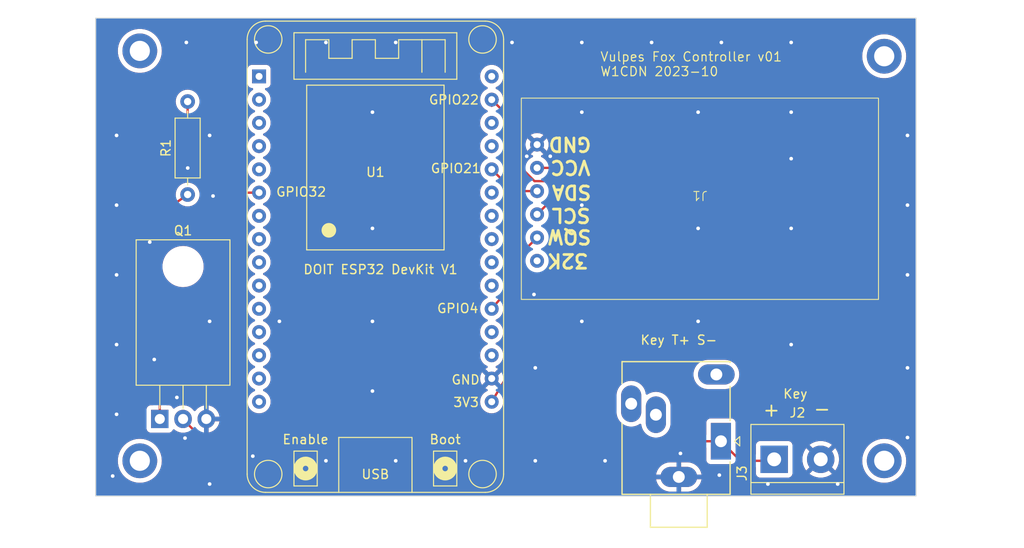
<source format=kicad_pcb>
(kicad_pcb (version 20221018) (generator pcbnew)

  (general
    (thickness 1.6)
  )

  (paper "A4")
  (layers
    (0 "F.Cu" signal)
    (31 "B.Cu" signal)
    (32 "B.Adhes" user "B.Adhesive")
    (33 "F.Adhes" user "F.Adhesive")
    (34 "B.Paste" user)
    (35 "F.Paste" user)
    (36 "B.SilkS" user "B.Silkscreen")
    (37 "F.SilkS" user "F.Silkscreen")
    (38 "B.Mask" user)
    (39 "F.Mask" user)
    (40 "Dwgs.User" user "User.Drawings")
    (41 "Cmts.User" user "User.Comments")
    (42 "Eco1.User" user "User.Eco1")
    (43 "Eco2.User" user "User.Eco2")
    (44 "Edge.Cuts" user)
    (45 "Margin" user)
    (46 "B.CrtYd" user "B.Courtyard")
    (47 "F.CrtYd" user "F.Courtyard")
    (48 "B.Fab" user)
    (49 "F.Fab" user)
    (50 "User.1" user)
    (51 "User.2" user)
    (52 "User.3" user)
    (53 "User.4" user)
    (54 "User.5" user)
    (55 "User.6" user)
    (56 "User.7" user)
    (57 "User.8" user)
    (58 "User.9" user)
  )

  (setup
    (pad_to_mask_clearance 0)
    (pcbplotparams
      (layerselection 0x00010fc_ffffffff)
      (plot_on_all_layers_selection 0x0000000_00000000)
      (disableapertmacros false)
      (usegerberextensions false)
      (usegerberattributes true)
      (usegerberadvancedattributes true)
      (creategerberjobfile true)
      (dashed_line_dash_ratio 12.000000)
      (dashed_line_gap_ratio 3.000000)
      (svgprecision 4)
      (plotframeref false)
      (viasonmask false)
      (mode 1)
      (useauxorigin false)
      (hpglpennumber 1)
      (hpglpenspeed 20)
      (hpglpendiameter 15.000000)
      (dxfpolygonmode true)
      (dxfimperialunits true)
      (dxfusepcbnewfont true)
      (psnegative false)
      (psa4output false)
      (plotreference true)
      (plotvalue true)
      (plotinvisibletext false)
      (sketchpadsonfab false)
      (subtractmaskfromsilk false)
      (outputformat 1)
      (mirror false)
      (drillshape 1)
      (scaleselection 1)
      (outputdirectory "")
    )
  )

  (net 0 "")
  (net 1 "GND")
  (net 2 "/VCC")
  (net 3 "/SDA")
  (net 4 "/SCL")
  (net 5 "/SQW")
  (net 6 "/32K")
  (net 7 "Net-(J2-Pin_1)")
  (net 8 "unconnected-(J3-PadR)")
  (net 9 "Net-(Q1-B)")
  (net 10 "Net-(U1-IO32)")
  (net 11 "unconnected-(U1-EN-Pad1)")
  (net 12 "unconnected-(U1-SENSOR_VP-Pad2)")
  (net 13 "unconnected-(U1-SENSOR_VN-Pad3)")
  (net 14 "unconnected-(U1-IO34-Pad4)")
  (net 15 "unconnected-(U1-IO35-Pad5)")
  (net 16 "unconnected-(U1-IO25-Pad8)")
  (net 17 "unconnected-(U1-IO26-Pad9)")
  (net 18 "unconnected-(U1-IO27-Pad10)")
  (net 19 "unconnected-(U1-IO14-Pad11)")
  (net 20 "unconnected-(U1-IO12-Pad12)")
  (net 21 "unconnected-(U1-IO13-Pad13)")
  (net 22 "unconnected-(U1-GND-Pad14)")
  (net 23 "unconnected-(U1-IO2-Pad19)")
  (net 24 "unconnected-(U1-IO16-Pad21)")
  (net 25 "unconnected-(U1-IO17-Pad22)")
  (net 26 "unconnected-(U1-IO5-Pad23)")
  (net 27 "unconnected-(U1-IO18-Pad24)")
  (net 28 "unconnected-(U1-IO19-Pad25)")
  (net 29 "unconnected-(U1-RXD0{slash}IO3-Pad27)")
  (net 30 "unconnected-(U1-TXD0{slash}IO1-Pad28)")
  (net 31 "unconnected-(U1-IO23-Pad30)")
  (net 32 "unconnected-(U1-IO15-Pad18)")
  (net 33 "unconnected-(U1-IO33-Pad7)")
  (net 34 "unconnected-(U1-VIN-Pad15)")

  (footprint "MountingHole:MountingHole_2.2mm_M2_ISO14580_Pad" (layer "F.Cu") (at 162.56 114.3))

  (footprint "MountingHole:MountingHole_2.2mm_M2_ISO14580_Pad" (layer "F.Cu") (at 162.56 70.087252))

  (footprint "MountingHole:MountingHole_2.2mm_M2_ISO14580_Pad" (layer "F.Cu") (at 81.28 69.501098))

  (footprint "Connector_Audio:Jack_3.5mm_Ledino_KB3SPRS_Horizontal" (layer "F.Cu") (at 144.731503 112.164967 90))

  (footprint "Package_TO_SOT_THT:TO-220-3_Horizontal_TabDown" (layer "F.Cu") (at 83.46 109.73))

  (footprint "Resistor_THT:R_Axial_DIN0207_L6.3mm_D2.5mm_P10.16mm_Horizontal" (layer "F.Cu") (at 86.5 85.2 90))

  (footprint "esp32_devkit_v1_doit:esp32_devkit_v1_doit" (layer "F.Cu") (at 107 72.29))

  (footprint "MountingHole:MountingHole_2.2mm_M2_ISO14580_Pad" (layer "F.Cu") (at 81.28 114.3))

  (footprint "TerminalBlock:TerminalBlock_bornier-2_P5.08mm" (layer "F.Cu") (at 150.544875 114.139643))

  (footprint "MBK_Library:DS3231_breakout" (layer "F.Cu") (at 142.435384 84.824835 180))

  (gr_rect (start 76.46 65.913725) (end 166.04 118.151868)
    (stroke (width 0.1) (type default)) (fill none) (layer "Edge.Cuts") (tstamp a298f9e4-9785-4e64-be68-095ff80fbe3d))
  (gr_text "GPIO21" (at 112.962778 82.932254) (layer "F.SilkS") (tstamp 084cf2f4-3ced-4753-be14-200821b41b7a)
    (effects (font (size 1 1) (thickness 0.15)) (justify left bottom))
  )
  (gr_text "GND" (at 115.233301 106.032367) (layer "F.SilkS") (tstamp 3fde1611-f482-46e6-9391-5d7806372b98)
    (effects (font (size 1 1) (thickness 0.15)) (justify left bottom))
  )
  (gr_text "Vulpes Fox Controller v01\nW1CDN 2023-10" (at 131.496687 72.342453) (layer "F.SilkS") (tstamp 41bb61ca-8bb4-4294-b771-754ec16ff9e6)
    (effects (font (size 1 1) (thickness 0.125)) (justify left bottom))
  )
  (gr_text "GPIO22" (at 112.765341 75.429653) (layer "F.SilkS") (tstamp 43d25d6d-ee26-4212-91af-3dd7115e59c4)
    (effects (font (size 1 1) (thickness 0.15)) (justify left bottom))
  )
  (gr_text "DOIT ESP32 DevKit V1" (at 99.06 93.98) (layer "F.SilkS") (tstamp 49cf2241-7e28-4125-8ede-d12f82bfbef2)
    (effects (font (size 1 1) (thickness 0.15)) (justify left bottom))
  )
  (gr_text "GPIO32" (at 96.081926 85.498933) (layer "F.SilkS") (tstamp 938571e8-2d40-4147-a995-8cc8a358ad1c)
    (effects (font (size 1 1) (thickness 0.15)) (justify left bottom))
  )
  (gr_text "3V3" (at 115.430738 108.500327) (layer "F.SilkS") (tstamp a035fc5e-4957-4621-b5b9-fb5b5957ccb4)
    (effects (font (size 1 1) (thickness 0.15)) (justify left bottom))
  )
  (gr_text "+" (at 149.192442 109.58623) (layer "F.SilkS") (tstamp a0edab70-25c3-4b4a-b8c8-b767adf07573)
    (effects (font (size 1.5 1.5) (thickness 0.1875)) (justify left bottom))
  )
  (gr_text "GPIO4" (at 113.653807 98.23361) (layer "F.SilkS") (tstamp b60710a6-f7c0-4b53-a12f-7344585c5706)
    (effects (font (size 1 1) (thickness 0.15)) (justify left bottom))
  )
  (gr_text "-" (at 154.720674 109.487512) (layer "F.SilkS") (tstamp df73f384-149d-4e16-81c4-63f5fb102b20)
    (effects (font (size 1.5 1.5) (thickness 0.1875)) (justify left bottom))
  )
  (gr_text "Key T+ S-" (at 135.865454 101.688756) (layer "F.SilkS") (tstamp e75a0b8e-65d2-4365-9566-54dd186aec7c)
    (effects (font (size 1 1) (thickness 0.15)) (justify left bottom))
  )
  (gr_text "Key" (at 151.448118 107.570981) (layer "F.SilkS") (tstamp ef8e2183-8d67-44ff-9f22-eee308e70df4)
    (effects (font (size 1 1) (thickness 0.15)) (justify left bottom))
  )

  (via (at 152.4 76.2) (size 0.8) (drill 0.4) (layers "F.Cu" "B.Cu") (free) (net 1) (tstamp 08831c7e-ed84-436e-896f-8e69eb273ba4))
  (via (at 88.9 116.84) (size 0.8) (drill 0.4) (layers "F.Cu" "B.Cu") (free) (net 1) (tstamp 0bdab844-2c28-43f4-a7f4-1e015cfbd943))
  (via (at 121.92 68.58) (size 0.8) (drill 0.4) (layers "F.Cu" "B.Cu") (free) (net 1) (tstamp 103d7af5-d728-4d7e-a693-f34ad7148d10))
  (via (at 78.74 86.36) (size 0.8) (drill 0.4) (layers "F.Cu" "B.Cu") (free) (net 1) (tstamp 1ab0c749-d7d6-45c8-8a00-3a47a72b1d50))
  (via (at 140.310991 113.496886) (size 0.8) (drill 0.4) (layers "F.Cu" "B.Cu") (free) (net 1) (tstamp 2a7ea5db-c44a-4681-93e0-1f199fe87744))
  (via (at 123.528858 81.018522) (size 0.8) (drill 0.4) (layers "F.Cu" "B.Cu") (free) (net 1) (tstamp 30889147-060d-405b-9f5d-0481e8c0251f))
  (via (at 165.1 78.74) (size 0.8) (drill 0.4) (layers "F.Cu" "B.Cu") (free) (net 1) (tstamp 38daf653-1d76-4456-b359-257e9770eddf))
  (via (at 109.22 114.3) (size 0.8) (drill 0.4) (layers "F.Cu" "B.Cu") (free) (net 1) (tstamp 3d2e15eb-6cf3-4a3f-a5fd-9fdcfb0c14d4))
  (via (at 132.08 114.3) (size 0.8) (drill 0.4) (layers "F.Cu" "B.Cu") (free) (net 1) (tstamp 3d3f3dc9-4bd8-4d12-bbe0-9d2ca409928a))
  (via (at 82.856864 103.230169) (size 0.8) (drill 0.4) (layers "F.Cu" "B.Cu") (free) (net 1) (tstamp 3ef4223b-f971-4cb7-81ff-6ad161cecb07))
  (via (at 142.24 88.9) (size 0.8) (drill 0.4) (layers "F.Cu" "B.Cu") (free) (net 1) (tstamp 3f13a870-6d39-47b3-a5a0-122f1aa2a6df))
  (via (at 106.68 76.2) (size 0.8) (drill 0.4) (layers "F.Cu" "B.Cu") (free) (net 1) (tstamp 44aa70a1-f4a1-40ce-b47e-e2d2a39ed1af))
  (via (at 116.84 114.3) (size 0.8) (drill 0.4) (layers "F.Cu" "B.Cu") (free) (net 1) (tstamp 46bbb7ac-79a0-427f-a3f3-6da35b01e21f))
  (via (at 157.48 116.84) (size 0.8) (drill 0.4) (layers "F.Cu" "B.Cu") (free) (net 1) (tstamp 49385be3-1f18-41fa-9987-95cd1139f9d0))
  (via (at 142.24 99.06) (size 0.8) (drill 0.4) (layers "F.Cu" "B.Cu") (free) (net 1) (tstamp 4b6c8722-95bf-4e0e-8972-b73eb4dc87eb))
  (via (at 106.68 99.06) (size 0.8) (drill 0.4) (layers "F.Cu" "B.Cu") (free) (net 1) (tstamp 4bc11cd1-bab7-4ce3-97bc-cc9c73ee5a7e))
  (via (at 86.36 68.58) (size 0.8) (drill 0.4) (layers "F.Cu" "B.Cu") (free) (net 1) (tstamp 4c7324c6-da0b-4569-ab8c-3b075143663d))
  (via (at 124.46 104.14) (size 0.8) (drill 0.4) (layers "F.Cu" "B.Cu") (free) (net 1) (tstamp 4c884fa4-0212-435e-9863-38488a565d69))
  (via (at 78.74 78.74) (size 0.8) (drill 0.4) (layers "F.Cu" "B.Cu") (free) (net 1) (tstamp 4ffbdeca-14e5-4fa5-b7a1-e62fc51fc79a))
  (via (at 106.68 88.9) (size 0.8) (drill 0.4) (layers "F.Cu" "B.Cu") (free) (net 1) (tstamp 5a1c1c6a-cd60-455c-b1bd-109028378639))
  (via (at 86.509446 82.301861) (size 0.8) (drill 0.4) (layers "F.Cu" "B.Cu") (free) (net 1) (tstamp 5ca63586-8cd3-4450-b4fb-7ff54c6a166e))
  (via (at 106.68 106.68) (size 0.8) (drill 0.4) (layers "F.Cu" "B.Cu") (free) (net 1) (tstamp 5dd76bbe-4e09-4159-846f-a578c1e429d7))
  (via (at 142.24 76.2) (size 0.8) (drill 0.4) (layers "F.Cu" "B.Cu") (free) (net 1) (tstamp 5dfa3520-1a9b-4d8d-9a5d-9725cdd4c67e))
  (via (at 78.74 109.22) (size 0.8) (drill 0.4) (layers "F.Cu" "B.Cu") (free) (net 1) (tstamp 6bd61301-3a6c-4257-91ae-46b61f9dc7df))
  (via (at 85.324825 107.376343) (size 0.8) (drill 0.4) (layers "F.Cu" "B.Cu") (free) (net 1) (tstamp 6dd1dca9-c968-4ead-bf95-4f9a9b33f25d))
  (via (at 126.095537 81.018522) (size 0.8) (drill 0.4) (layers "F.Cu" "B.Cu") (free) (net 1) (tstamp 79a19426-108f-497a-92fa-41e776c48cf6))
  (via (at 149.86 116.84) (size 0.8) (drill 0.4) (layers "F.Cu" "B.Cu") (free) (net 1) (tstamp 7b5849df-3105-43d1-9614-94cfceafa98c))
  (via (at 78.74 101.6) (size 0.8) (drill 0.4) (layers "F.Cu" "B.Cu") (free) (net 1) (tstamp 7d8f7c8d-91b8-4e7b-991a-2deda2d39edb))
  (via (at 129.54 68.58) (size 0.8) (drill 0.4) (layers "F.Cu" "B.Cu") (free) (net 1) (tstamp 7da2df10-9c4e-4c70-89dc-8b7df48b3306))
  (via (at 96.52 99.06) (size 0.8) (drill 0.4) (layers "F.Cu" "B.Cu") (free) (net 1) (tstamp 839dc9c7-605c-4d6f-8702-5fd873c4a172))
  (via (at 152.4 101.6) (size 0.8) (drill 0.4) (layers "F.Cu" "B.Cu") (free) (net 1) (tstamp 886e2a6a-89d9-4da8-a273-74b17306be49))
  (via (at 124.318605 96.122442) (size 0.8) (drill 0.4) (layers "F.Cu" "B.Cu") (free) (net 1) (tstamp 8e3428b1-ade0-415c-b396-2b3e01fe2cbc))
  (via (at 165.1 111.76) (size 0.8) (drill 0.4) (layers "F.Cu" "B.Cu") (free) (net 1) (tstamp 91fd978e-f725-421a-855e-7e96baab9aa7))
  (via (at 129.54 76.2) (size 0.8) (drill 0.4) (layers "F.Cu" "B.Cu") (free) (net 1) (tstamp 9745fb60-e62a-40e0-8c8b-e44dae1f88c3))
  (via (at 78.74 93.98) (size 0.8) (drill 0.4) (layers "F.Cu" "B.Cu") (free) (net 1) (tstamp 993cb14d-368a-4ccc-ac44-fa62a676ac1d))
  (via (at 144.555883 115.866128) (size 0.8) (drill 0.4) (layers "F.Cu" "B.Cu") (free) (net 1) (tstamp 9ad2ff37-c749-44f0-acd9-4055efc5b84d))
  (via (at 89.273562 85.362133) (size 0.8) (drill 0.4) (layers "F.Cu" "B.Cu") (free) (net 1) (tstamp 9c937700-8d64-40cf-a20b-5f75f7e47822))
  (via (at 137.16 68.58) (size 0.8) (drill 0.4) (layers "F.Cu" "B.Cu") (free) (net 1) (tstamp ad9861b4-b34d-48d0-91d1-a85cb2ea5ffa))
  (via (at 124.46 114.3) (size 0.8) (drill 0.4) (layers "F.Cu" "B.Cu") (free) (net 1) (tstamp c1cab77f-4ae4-45c8-b974-8bc7016f6bed))
  (via (at 152.4 88.9) (size 0.8) (drill 0.4) (layers "F.Cu" "B.Cu") (free) (net 1) (tstamp c35cfdb3-392b-4d91-84e4-65c05a773d79))
  (via (at 88.9 78.74) (size 0.8) (drill 0.4) (layers "F.Cu" "B.Cu") (free) (net 1) (tstamp c44b98a2-36f4-41e3-8025-dca23b7eaafa))
  (via (at 78.315816 115.964847) (size 0.8) (drill 0.4) (layers "F.Cu" "B.Cu") (free) (net 1) (tstamp ce819875-098c-4ebc-a0ad-658ee988c4a6))
  (via (at 88.9 99.06) (size 0.8) (drill 0.4) (layers "F.Cu" "B.Cu") (free) (net 1) (tstamp d3848aad-bae9-49c8-9ad1-d836865dca9d))
  (via (at 86.21329 111.818672) (size 0.8) (drill 0.4) (layers "F.Cu" "B.Cu") (free) (net 1) (tstamp d39eceaf-585f-4609-a371-a4e8c9d4bd2a))
  (via (at 165.1 93.98) (size 0.8) (drill 0.4) (layers "F.Cu" "B.Cu") (free) (net 1) (tstamp d7eb3f90-3477-4939-a086-f25ee2280eae))
  (via (at 101.6 68.58) (size 0.8) (drill 0.4) (layers "F.Cu" "B.Cu") (free) (net 1) (tstamp d96d5070-64ff-48b5-a182-378b17f83bbd))
  (via (at 82.363272 90.396773) (size 0.8) (drill 0.4) (layers "F.Cu" "B.Cu") (free) (net 1) (tstamp dba8208b-357c-44ff-a2cc-431c9245de40))
  (via (at 93.617173 113.793041) (size 0.8) (drill 0.4) (layers "F.Cu" "B.Cu") (free) (net 1) (tstamp dc2f01ef-d155-4778-b998-b8cfdfac3ce9))
  (via (at 165.1 86.36) (size 0.8) (drill 0.4) (layers "F.Cu" "B.Cu") (free) (net 1) (tstamp e3a95104-c967-4d37-955f-0ba946395d40))
  (via (at 152.4 68.58) (size 0.8) (drill 0.4) (layers "F.Cu" "B.Cu") (free) (net 1) (tstamp e6a71487-61dd-4646-a48e-4b2bbc838adc))
  (via (at 129.54 99.06) (size 0.8) (drill 0.4) (layers "F.Cu" "B.Cu") (free) (net 1) (tstamp e723c9e0-f9a0-4c8b-9f14-30b768378ed6))
  (via (at 101.6 114.3) (size 0.8) (drill 0.4) (layers "F.Cu" "B.Cu") (free) (net 1) (tstamp e970f25b-8f4a-4ff9-bd09-896a9d429202))
  (via (at 93.98 68.58) (size 0.8) (drill 0.4) (layers "F.Cu" "B.Cu") (free) (net 1) (tstamp ed1b6ae6-7316-4423-9939-d528ad14616d))
  (via (at 165.1 104.14) (size 0.8) (drill 0.4) (layers "F.Cu" "B.Cu") (free) (net 1) (tstamp f4868f45-b6ab-4519-8308-a7f46c761629))
  (via (at 129.54 86.36) (size 0.8) (drill 0.4) (layers "F.Cu" "B.Cu") (free) (net 1) (tstamp f4e3f4b7-02e7-4d33-94ed-a2666dca7f59))
  (via (at 144.78 68.58) (size 0.8) (drill 0.4) (layers "F.Cu" "B.Cu") (free) (net 1) (tstamp f8904415-25f6-4cfb-bbe9-93d3394b9e61))
  (via (at 109.22 68.58) (size 0.8) (drill 0.4) (layers "F.Cu" "B.Cu") (free) (net 1) (tstamp fcf56db3-7684-4077-b058-d9ae6ddd90cd))
  (via (at 152.4 81.28) (size 0.8) (drill 0.4) (layers "F.Cu" "B.Cu") (free) (net 1) (tstamp fdffb5ad-19aa-4139-a88b-bd9c77c5e8b1))
  (segment (start 121.92 104.14) (end 119.7 107.85) (width 0.25) (layer "F.Cu") (net 2) (tstamp 0c1fb345-cfef-4fdf-85f8-1ffc56782321))
  (segment (start 121.92 96.52) (end 124.46 93.98) (width 0.25) (layer "F.Cu") (net 2) (tstamp 4c3c0658-84ed-4e37-b2f9-6c1379d1b7bc))
  (segment (start 121.92 104.14) (end 121.92 96.52) (width 0.25) (layer "F.Cu") (net 2) (tstamp 51a6d536-7bd7-4e6d-87a3-7b067fa06050))
  (segment (start 124.655384 82.284835) (end 128.004835 82.284835) (width 0.25) (layer "F.Cu") (net 2) (tstamp b01adb7e-0042-446c-ba51-5c58ce7968e6))
  (segment (start 127 93.98) (end 128.004835 92.975165) (width 0.25) (layer "F.Cu") (net 2) (tstamp b0239ff1-c100-4b70-8118-a2cc591d6918))
  (segment (start 124.46 93.98) (end 127 93.98) (width 0.25) (layer "F.Cu") (net 2) (tstamp c22ffdc4-7733-43c1-ba33-d44765d61d0b))
  (segment (start 128.004835 92.975165) (end 128.004835 82.284835) (width 0.25) (layer "F.Cu") (net 2) (tstamp c390c657-0c19-4328-9515-41b7cebc8f5c))
  (segment (start 122.074835 84.824835) (end 119.7 82.45) (width 0.25) (layer "F.Cu") (net 3) (tstamp 28a72257-21ca-4670-b467-571ba91cc4ab))
  (segment (start 124.655384 84.824835) (end 122.074835 84.824835) (width 0.25) (layer "F.Cu") (net 3) (tstamp 5474f9b3-a719-4590-a270-de59ac0cff05))
  (segment (start 124.655384 87.364835) (end 127 85.020219) (width 0.25) (layer "F.Cu") (net 4) (tstamp 058d0134-b6e4-4a6a-aac3-42af8a874c92))
  (segment (start 124.377835 83.737835) (end 121.92 81.28) (width 0.25) (layer "F.Cu") (net 4) (tstamp 09bd2771-38d3-4dd9-8736-bce0daa80b37))
  (segment (start 119.7 75.517251) (end 119.7 74.83) (width 0.25) (layer "F.Cu") (net 4) (tstamp 38b230f3-f748-4b5d-9546-57a0356a4393))
  (segment (start 127 85.020219) (end 127 83.82) (width 0.25) (layer "F.Cu") (net 4) (tstamp 48a46d21-13b5-44fa-bce6-2aa89636b0c1))
  (segment (start 120.35 74.83) (end 119.7 74.83) (width 0.25) (layer "F.Cu") (net 4) (tstamp 4c526ddf-ba29-4945-b051-168b16fc0a95))
  (segment (start 121.92 81.28) (end 121.92 77.05) (width 0.25) (layer "F.Cu") (net 4) (tstamp 60140243-c0f7-45c8-b417-cdbae04aa117))
  (segment (start 121.92 77.05) (end 119.7 74.83) (width 0.25) (layer "F.Cu") (net 4) (tstamp 76075523-926d-484a-a5d0-1c5af701e91c))
  (segment (start 127 83.82) (end 126.917835 83.737835) (width 0.25) (layer "F.Cu") (net 4) (tstamp 9d611b67-8800-4064-8be8-d1ab477246f8))
  (segment (start 126.917835 83.737835) (end 124.377835 83.737835) (width 0.25) (layer "F.Cu") (net 4) (tstamp f0876ee7-c4e1-4c5b-ba21-a890c79219ac))
  (segment (start 124.655384 89.904835) (end 122 92.560219) (width 0.25) (layer "F.Cu") (net 5) (tstamp 102049d3-9f3d-488c-ae03-bcda401a956b))
  (segment (start 122 95) (end 119.7 97.69) (width 0.25) (layer "F.Cu") (net 5) (tstamp 9516576e-3395-4f50-908b-683bb2e3d49e))
  (segment (start 122 92.560219) (end 122 95) (width 0.25) (layer "F.Cu") (net 5) (tstamp e879004b-6f77-4fc1-beda-48a7ee466c94))
  (segment (start 144.731503 112.164967) (end 139.295033 112.164967) (width 0.25) (layer "F.Cu") (net 7) (tstamp 5c12157b-0102-4463-9fa4-0d228d5e0cdd))
  (segment (start 93.0625 116.84) (end 86 109.7775) (width 0.25) (layer "F.Cu") (net 7) (tstamp 6659bd78-e0cd-4c62-9fc8-cbbbdc01e9a4))
  (segment (start 139.295033 112.164967) (end 134.62 116.84) (width 0.25) (layer "F.Cu") (net 7) (tstamp 67637c87-1f47-4b56-ae27-a54bc5a08a73))
  (segment (start 134.62 116.84) (end 93.0625 116.84) (width 0.25) (layer "F.Cu") (net 7) (tstamp 96ef5ab6-b952-4fa3-b132-462a614d0486))
  (segment (start 149.86 114.3) (end 146.866536 114.3) (width 0.25) (layer "F.Cu") (net 7) (tstamp b9a04b07-b435-4ac7-af92-1fadd8e962a3))
  (segment (start 146.866536 114.3) (end 144.731503 112.164967) (width 0.25) (layer "F.Cu") (net 7) (tstamp c0576f29-801c-44f2-9ce6-320019a4805a))
  (segment (start 86 109.7775) (end 86 109.73) (width 0.25) (layer "F.Cu") (net 7) (tstamp ff069ecb-86fe-4b7a-a908-b0794e5f6266))
  (segment (start 81.28 104.14) (end 83.46 106.32) (width 0.25) (layer "F.Cu") (net 9) (tstamp 06698ad3-3d2f-49c9-8aeb-8f543b4add13))
  (segment (start 81.28 88.9) (end 86.5 85.2) (width 0.25) (layer "F.Cu") (net 9) (tstamp 60d856de-c87a-41ba-be22-080201e28548))
  (segment (start 81.28 104.14) (end 81.28 88.9) (width 0.25) (layer "F.Cu") (net 9) (tstamp 7c3616bc-700b-40b5-895c-c18e7492c76d))
  (segment (start 83.46 106.32) (end 83.46 109.73) (width 0.25) (layer "F.Cu") (net 9) (tstamp 8ffafe83-0f90-400b-8a5c-726483152b06))
  (segment (start 92 85) (end 94.3 84.99) (width 0.25) (layer "F.Cu") (net 10) (tstamp 102992c5-d376-4324-9673-a42a64e61bbe))
  (segment (start 86.5 79.5) (end 86.5 75.04) (width 0.25) (layer "F.Cu") (net 10) (tstamp 1a6731e6-6998-45fe-8722-c3f779bb0b49))
  (segment (start 92 85) (end 86.5 79.5) (width 0.25) (layer "F.Cu") (net 10) (tstamp 88d015c2-f217-4e18-84f8-6ce8f6ff1f08))

  (zone (net 1) (net_name "GND") (layers "F&B.Cu") (tstamp 1d0d41e5-42ca-4b7e-82f3-00ff29c868a9) (hatch edge 0.5)
    (connect_pads (clearance 0.5))
    (min_thickness 0.25) (filled_areas_thickness no)
    (fill yes (thermal_gap 0.5) (thermal_bridge_width 0.5))
    (polygon
      (pts
        (xy 73.24 63.94)
        (xy 170.06 63.94)
        (xy 170.06 123.84)
        (xy 73.24 123.84)
      )
    )
    (filled_polygon
      (layer "F.Cu")
      (pts
        (xy 121.263675 97.041659)
        (xy 121.293119 97.105022)
        (xy 121.2945 97.123478)
        (xy 121.294499 103.93288)
        (xy 121.276904 103.996551)
        (xy 120.934637 104.568536)
        (xy 120.883322 104.615955)
        (xy 120.814517 104.628104)
        (xy 120.781898 104.614449)
        (xy 120.75174 104.611811)
        (xy 120.222949 105.140602)
        (xy 120.161626 105.174087)
        (xy 120.091934 105.169103)
        (xy 120.036001 105.127231)
        (xy 120.03146 105.120743)
        (xy 119.984189 105.048391)
        (xy 119.984187 105.048388)
        (xy 119.928673 105.00518)
        (xy 119.883843 104.970287)
        (xy 119.88384 104.970285)
        (xy 119.883488 104.970012)
        (xy 119.842675 104.913301)
        (xy 119.839 104.843529)
        (xy 119.871969 104.784477)
        (xy 120.398187 104.258258)
        (xy 120.333409 104.2129)
        (xy 120.333407 104.212899)
        (xy 120.204219 104.152658)
        (xy 120.151779 104.106486)
        (xy 120.132627 104.039293)
        (xy 120.152843 103.972411)
        (xy 120.204219 103.927894)
        (xy 120.218332 103.921313)
        (xy 120.333662 103.867534)
        (xy 120.51462 103.740826)
        (xy 120.670826 103.58462)
        (xy 120.797534 103.403662)
        (xy 120.890894 103.20345)
        (xy 120.94807 102.990068)
        (xy 120.967323 102.77)
        (xy 120.94807 102.549932)
        (xy 120.890894 102.33655)
        (xy 120.797534 102.136339)
        (xy 120.670826 101.95538)
        (xy 120.51462 101.799174)
        (xy 120.514616 101.799171)
        (xy 120.514615 101.79917)
        (xy 120.333666 101.672468)
        (xy 120.333658 101.672464)
        (xy 120.204811 101.612382)
        (xy 120.152371 101.56621)
        (xy 120.133219 101.499017)
        (xy 120.153435 101.432135)
        (xy 120.204811 101.387618)
        (xy 120.210802 101.384824)
        (xy 120.333662 101.327534)
        (xy 120.51462 101.200826)
        (xy 120.670826 101.04462)
        (xy 120.797534 100.863662)
        (xy 120.890894 100.66345)
        (xy 120.94807 100.450068)
        (xy 120.967323 100.23)
        (xy 120.94807 100.009932)
        (xy 120.890894 99.79655)
        (xy 120.797534 99.596339)
        (xy 120.670826 99.41538)
        (xy 120.51462 99.259174)
        (xy 120.514616 99.259171)
        (xy 120.514615 99.25917)
        (xy 120.333666 99.132468)
        (xy 120.333658 99.132464)
        (xy 120.204811 99.072382)
        (xy 120.152371 99.02621)
        (xy 120.133219 98.959017)
        (xy 120.153435 98.892135)
        (xy 120.204811 98.847618)
        (xy 120.210802 98.844824)
        (xy 120.333662 98.787534)
        (xy 120.51462 98.660826)
        (xy 120.670826 98.50462)
        (xy 120.797534 98.323662)
        (xy 120.890894 98.12345)
        (xy 120.94807 97.910068)
        (xy 120.967323 97.69)
        (xy 120.94807 97.469932)
        (xy 120.908429 97.321992)
        (xy 120.910092 97.252145)
        (xy 120.933958 97.209318)
        (xy 121.076254 97.042895)
        (xy 121.134781 97.004734)
        (xy 121.20465 97.004273)
      )
    )
    (filled_polygon
      (layer "F.Cu")
      (pts
        (xy 165.982539 65.93391)
        (xy 166.028294 65.986714)
        (xy 166.0395 66.038225)
        (xy 166.0395 118.027368)
        (xy 166.019815 118.094407)
        (xy 165.967011 118.140162)
        (xy 165.9155 118.151368)
        (xy 76.5845 118.151368)
        (xy 76.517461 118.131683)
        (xy 76.471706 118.078879)
        (xy 76.4605 118.027368)
        (xy 76.4605 114.300005)
        (xy 78.874754 114.300005)
        (xy 78.893718 114.601446)
        (xy 78.893719 114.601453)
        (xy 78.909425 114.683784)
        (xy 78.947654 114.884192)
        (xy 78.95032 114.898164)
        (xy 79.043659 115.185431)
        (xy 79.043661 115.185436)
        (xy 79.172265 115.458732)
        (xy 79.172268 115.458738)
        (xy 79.334111 115.713763)
        (xy 79.334114 115.713767)
        (xy 79.334115 115.713768)
        (xy 79.47327 115.881978)
        (xy 79.526652 115.946505)
        (xy 79.746836 116.153272)
        (xy 79.746846 116.15328)
        (xy 79.991193 116.330808)
        (xy 79.991198 116.33081)
        (xy 79.991205 116.330816)
        (xy 80.255896 116.476332)
        (xy 80.255901 116.476334)
        (xy 80.255903 116.476335)
        (xy 80.255904 116.476336)
        (xy 80.536734 116.587524)
        (xy 80.536737 116.587525)
        (xy 80.634259 116.612564)
        (xy 80.829302 116.662642)
        (xy 80.920198 116.674125)
        (xy 81.128963 116.700499)
        (xy 81.128969 116.700499)
        (xy 81.128973 116.7005)
        (xy 81.128975 116.7005)
        (xy 81.431025 116.7005)
        (xy 81.431027 116.7005)
        (xy 81.431032 116.700499)
        (xy 81.431036 116.700499)
        (xy 81.510591 116.690448)
        (xy 81.730698 116.662642)
        (xy 82.023262 116.587525)
        (xy 82.023265 116.587524)
        (xy 82.304095 116.476336)
        (xy 82.304096 116.476335)
        (xy 82.304094 116.476335)
        (xy 82.304104 116.476332)
        (xy 82.568795 116.330816)
        (xy 82.813162 116.153274)
        (xy 83.033349 115.946504)
        (xy 83.225885 115.713768)
        (xy 83.387733 115.458736)
        (xy 83.516341 115.18543)
        (xy 83.609681 114.89816)
        (xy 83.66628 114.601457)
        (xy 83.666281 114.601446)
        (xy 83.685246 114.300005)
        (xy 83.685246 114.299994)
        (xy 83.666281 113.998553)
        (xy 83.66628 113.998546)
        (xy 83.66628 113.998543)
        (xy 83.609681 113.70184)
        (xy 83.516341 113.41457)
        (xy 83.511516 113.404317)
        (xy 83.387734 113.141267)
        (xy 83.387733 113.141264)
        (xy 83.245535 112.917195)
        (xy 83.225888 112.886236)
        (xy 83.200769 112.855872)
        (xy 83.033349 112.653496)
        (xy 82.967613 112.591766)
        (xy 82.813163 112.446727)
        (xy 82.813153 112.446719)
        (xy 82.568806 112.269191)
        (xy 82.568799 112.269186)
        (xy 82.568795 112.269184)
        (xy 82.304104 112.123668)
        (xy 82.304101 112.123666)
        (xy 82.304096 112.123664)
        (xy 82.304095 112.123663)
        (xy 82.023265 112.012475)
        (xy 82.023262 112.012474)
        (xy 81.730695 111.937357)
        (xy 81.431036 111.8995)
        (xy 81.431027 111.8995)
        (xy 81.128973 111.8995)
        (xy 81.128963 111.8995)
        (xy 80.829304 111.937357)
        (xy 80.536737 112.012474)
        (xy 80.536734 112.012475)
        (xy 80.255904 112.123663)
        (xy 80.255903 112.123664)
        (xy 79.991205 112.269184)
        (xy 79.991193 112.269191)
        (xy 79.746846 112.446719)
        (xy 79.746836 112.446727)
        (xy 79.526652 112.653494)
        (xy 79.334111 112.886236)
        (xy 79.172268 113.141261)
        (xy 79.172265 113.141267)
        (xy 79.043661 113.414563)
        (xy 79.043659 113.414568)
        (xy 78.95032 113.701835)
        (xy 78.950319 113.701839)
        (xy 78.950319 113.70184)
        (xy 78.945669 113.726218)
        (xy 78.893719 113.998546)
        (xy 78.893718 113.998553)
        (xy 78.874754 114.299994)
        (xy 78.874754 114.300005)
        (xy 76.4605 114.300005)
        (xy 76.4605 88.932221)
        (xy 80.650353 88.932221)
        (xy 80.652567 88.944612)
        (xy 80.6545 88.966421)
        (xy 80.6545 104.057255)
        (xy 80.652775 104.072872)
        (xy 80.653061 104.072899)
        (xy 80.652326 104.080665)
        (xy 80.6545 104.149814)
        (xy 80.6545 104.179343)
        (xy 80.654501 104.17936)
        (xy 80.655368 104.186231)
        (xy 80.655826 104.19205)
        (xy 80.65729 104.238624)
        (xy 80.657291 104.238627)
        (xy 80.66288 104.257867)
        (xy 80.666824 104.276911)
        (xy 80.669336 104.296792)
        (xy 80.684689 104.335571)
        (xy 80.68649 104.340119)
        (xy 80.688382 104.345647)
        (xy 80.701381 104.390388)
        (xy 80.71158 104.407634)
        (xy 80.720136 104.4251)
        (xy 80.721053 104.427414)
        (xy 80.727514 104.443732)
        (xy 80.754898 104.481423)
        (xy 80.758106 104.486307)
        (xy 80.781827 104.526416)
        (xy 80.781833 104.526424)
        (xy 80.79599 104.54058)
        (xy 80.808628 104.555376)
        (xy 80.820405 104.571586)
        (xy 80.820406 104.571587)
        (xy 80.856309 104.601288)
        (xy 80.86062 104.60521)
        (xy 81.834694 105.579284)
        (xy 82.798181 106.542771)
        (xy 82.831666 106.604094)
        (xy 82.8345 106.630452)
        (xy 82.8345 108.1055)
        (xy 82.814815 108.172539)
        (xy 82.762011 108.218294)
        (xy 82.7105 108.2295)
        (xy 82.45963 108.2295)
        (xy 82.459623 108.229501)
        (xy 82.400016 108.235908)
        (xy 82.265171 108.286202)
        (xy 82.265164 108.286206)
        (xy 82.149955 108.372452)
        (xy 82.149952 108.372455)
        (xy 82.063706 108.487664)
        (xy 82.063702 108.487671)
        (xy 82.013408 108.622517)
        (xy 82.007001 108.682116)
        (xy 82.007 108.682135)
        (xy 82.007 110.77787)
        (xy 82.007001 110.777876)
        (xy 82.013408 110.837483)
        (xy 82.063702 110.972328)
        (xy 82.063706 110.972335)
        (xy 82.149952 111.087544)
        (xy 82.149955 111.087547)
        (xy 82.265164 111.173793)
        (xy 82.265171 111.173797)
        (xy 82.400017 111.224091)
        (xy 82.400016 111.224091)
        (xy 82.406944 111.224835)
        (xy 82.459627 111.2305)
        (xy 84.460372 111.230499)
        (xy 84.519983 111.224091)
        (xy 84.654831 111.173796)
        (xy 84.770046 111.087546)
        (xy 84.856296 110.972331)
        (xy 84.867725 110.941687)
        (xy 84.909594 110.885755)
        (xy 84.975058 110.861336)
        (xy 85.043331 110.876186)
        (xy 85.060069 110.887167)
        (xy 85.202552 110.998066)
        (xy 85.202558 110.99807)
        (xy 85.202561 110.998072)
        (xy 85.367891 111.087544)
        (xy 85.413478 111.112215)
        (xy 85.414336 111.112679)
        (xy 85.532598 111.153278)
        (xy 85.642083 111.190865)
        (xy 85.642085 111.190865)
        (xy 85.642087 111.190866)
        (xy 85.879601 111.2305)
        (xy 85.879602 111.2305)
        (xy 86.120398 111.2305)
        (xy 86.120399 111.2305)
        (xy 86.357913 111.190866)
        (xy 86.411897 111.172332)
        (xy 86.481694 111.169181)
        (xy 86.539841 111.201931)
        (xy 89.610359 114.27245)
        (xy 92.561697 117.223788)
        (xy 92.571522 117.236051)
        (xy 92.571743 117.235869)
        (xy 92.576714 117.241878)
        (xy 92.597543 117.261437)
        (xy 92.627135 117.289226)
        (xy 92.648029 117.31012)
        (xy 92.653511 117.314373)
        (xy 92.657943 117.318157)
        (xy 92.691918 117.350062)
        (xy 92.709476 117.359714)
        (xy 92.725735 117.370395)
        (xy 92.741564 117.382673)
        (xy 92.784338 117.401182)
        (xy 92.789556 117.403738)
        (xy 92.830408 117.426197)
        (xy 92.849816 117.43118)
        (xy 92.868217 117.43748)
        (xy 92.886604 117.445437)
        (xy 92.929988 117.452308)
        (xy 92.932619 117.452725)
        (xy 92.938339 117.453909)
        (xy 92.983481 117.4655)
        (xy 93.003516 117.4655)
        (xy 93.022914 117.467026)
        (xy 93.042694 117.470159)
        (xy 93.042695 117.47016)
        (xy 93.042695 117.470159)
        (xy 93.042696 117.47016)
        (xy 93.089083 117.465775)
        (xy 93.094922 117.4655)
        (xy 134.537257 117.4655)
        (xy 134.552877 117.467224)
        (xy 134.552904 117.466939)
        (xy 134.56066 117.467671)
        (xy 134.560667 117.467673)
        (xy 134.629814 117.4655)
        (xy 134.65935 117.4655)
        (xy 134.666228 117.46463)
        (xy 134.672041 117.464172)
        (xy 134.718627 117.462709)
        (xy 134.737869 117.457117)
        (xy 134.756912 117.453174)
        (xy 134.776792 117.450664)
        (xy 134.820122 117.433507)
        (xy 134.825646 117.431617)
        (xy 134.829396 117.430527)
        (xy 134.87039 117.418618)
        (xy 134.887629 117.408422)
        (xy 134.905103 117.399862)
        (xy 134.923727 117.392488)
        (xy 134.923727 117.392487)
        (xy 134.923732 117.392486)
        (xy 134.961449 117.365082)
        (xy 134.966305 117.361892)
        (xy 135.00642 117.33817)
        (xy 135.020589 117.323999)
        (xy 135.035379 117.311368)
        (xy 135.051587 117.299594)
        (xy 135.081299 117.263676)
        (xy 135.085212 117.259376)
        (xy 136.029621 116.314967)
        (xy 137.646231 116.314967)
        (xy 137.646314 116.316034)
        (xy 137.705106 116.560923)
        (xy 137.801483 116.793598)
        (xy 137.933071 117.008329)
        (xy 137.933074 117.008334)
        (xy 138.096633 117.199836)
        (xy 138.288135 117.363395)
        (xy 138.28814 117.363398)
        (xy 138.502871 117.494986)
        (xy 138.735546 117.591363)
        (xy 138.98043 117.650153)
        (xy 139.168631 117.664967)
        (xy 139.881503 117.664967)
        (xy 139.881503 116.83172)
        (xy 139.901188 116.764681)
        (xy 139.953992 116.718926)
        (xy 140.02315 116.708982)
        (xy 140.036319 116.711611)
        (xy 140.049389 116.714967)
        (xy 140.049393 116.714967)
        (xy 140.172395 116.714967)
        (xy 140.172397 116.714967)
        (xy 140.172402 116.714966)
        (xy 140.172406 116.714966)
        (xy 140.219773 116.708982)
        (xy 140.241961 116.706179)
        (xy 140.310939 116.717305)
        (xy 140.362951 116.763958)
        (xy 140.381503 116.829201)
        (xy 140.381503 117.664967)
        (xy 141.094375 117.664967)
        (xy 141.282575 117.650153)
        (xy 141.527459 117.591363)
        (xy 141.760134 117.494986)
        (xy 141.974865 117.363398)
        (xy 141.97487 117.363395)
        (xy 142.166372 117.199836)
        (xy 142.329931 117.008334)
        (xy 142.329934 117.008329)
        (xy 142.461522 116.793598)
        (xy 142.557899 116.560923)
        (xy 142.616691 116.316034)
        (xy 142.616775 116.314967)
        (xy 140.895424 116.314967)
        (xy 140.828385 116.295282)
        (xy 140.78263 116.242478)
        (xy 140.772686 116.17332)
        (xy 140.77362 116.167733)
        (xy 140.776378 116.153272)
        (xy 140.785376 116.106105)
        (xy 140.77535 115.946751)
        (xy 140.790786 115.87861)
        (xy 140.840612 115.82963)
        (xy 140.899105 115.814967)
        (xy 142.616774 115.814967)
        (xy 142.616774 115.814966)
        (xy 142.616691 115.813899)
        (xy 142.557899 115.56901)
        (xy 142.461522 115.336335)
        (xy 142.329934 115.121604)
        (xy 142.329931 115.121599)
        (xy 142.166372 114.930097)
        (xy 141.97487 114.766538)
        (xy 141.974865 114.766535)
        (xy 141.760134 114.634947)
        (xy 141.527459 114.53857)
        (xy 141.282575 114.47978)
        (xy 141.094375 114.464967)
        (xy 140.381503 114.464967)
        (xy 140.381503 115.298213)
        (xy 140.361818 115.365252)
        (xy 140.309014 115.411007)
        (xy 140.239856 115.420951)
        (xy 140.226668 115.418318)
        (xy 140.213618 115.414967)
        (xy 140.213617 115.414967)
        (xy 140.090609 115.414967)
        (xy 140.090597 115.414967)
        (xy 140.021044 115.423754)
        (xy 139.952066 115.412627)
        (xy 139.900054 115.365973)
        (xy 139.881503 115.300732)
        (xy 139.881503 114.464967)
        (xy 139.168631 114.464967)
        (xy 138.98043 114.47978)
        (xy 138.735546 114.53857)
        (xy 138.502871 114.634947)
        (xy 138.28814 114.766535)
        (xy 138.288135 114.766538)
        (xy 138.096633 114.930097)
        (xy 137.933074 115.121599)
        (xy 137.933071 115.121604)
        (xy 137.801483 115.336335)
        (xy 137.705106 115.56901)
        (xy 137.646314 115.813899)
        (xy 137.646231 115.814966)
        (xy 137.646232 115.814967)
        (xy 139.367582 115.814967)
        (xy 139.434621 115.834652)
        (xy 139.480376 115.887456)
        (xy 139.49032 115.956614)
        (xy 139.489386 115.962201)
        (xy 139.48743 115.972452)
        (xy 139.47763 116.023829)
        (xy 139.487035 116.17332)
        (xy 139.487656 116.183181)
        (xy 139.47222 116.251324)
        (xy 139.422394 116.300304)
        (xy 139.363901 116.314967)
        (xy 137.646231 116.314967)
        (xy 136.029621 116.314967)
        (xy 139.517804 112.826786)
        (xy 139.579128 112.793301)
        (xy 139.605486 112.790467)
        (xy 143.007004 112.790467)
        (xy 143.074043 112.810152)
        (xy 143.119798 112.862956)
        (xy 143.131004 112.914467)
        (xy 143.131004 114.212843)
        (xy 143.137411 114.27245)
        (xy 143.187705 114.407295)
        (xy 143.187709 114.407302)
        (xy 143.273955 114.522511)
        (xy 143.273958 114.522514)
        (xy 143.389167 114.60876)
        (xy 143.389174 114.608764)
        (xy 143.52402 114.659058)
        (xy 143.524019 114.659058)
        (xy 143.530947 114.659802)
        (xy 143.58363 114.665467)
        (xy 145.879375 114.665466)
        (xy 145.938986 114.659058)
        (xy 146.073834 114.608763)
        (xy 146.111845 114.580307)
        (xy 146.177308 114.555889)
        (xy 146.245581 114.570739)
        (xy 146.273838 114.591892)
        (xy 146.36573 114.683784)
        (xy 146.375555 114.696048)
        (xy 146.375776 114.695866)
        (xy 146.380746 114.701873)
        (xy 146.380749 114.701876)
        (xy 146.38075 114.701877)
        (xy 146.431187 114.749241)
        (xy 146.452066 114.77012)
        (xy 146.45754 114.774366)
        (xy 146.461978 114.778156)
        (xy 146.495954 114.810062)
        (xy 146.513509 114.819713)
        (xy 146.529767 114.830392)
        (xy 146.5456 114.842674)
        (xy 146.567551 114.852172)
        (xy 146.588373 114.861183)
        (xy 146.593617 114.863752)
        (xy 146.634444 114.886197)
        (xy 146.653848 114.891179)
        (xy 146.672246 114.897478)
        (xy 146.690641 114.905438)
        (xy 146.736665 114.912726)
        (xy 146.742368 114.913907)
        (xy 146.787517 114.9255)
        (xy 146.807552 114.9255)
        (xy 146.826949 114.927026)
        (xy 146.846732 114.93016)
        (xy 146.893119 114.925775)
        (xy 146.898958 114.9255)
        (xy 148.420376 114.9255)
        (xy 148.487415 114.945185)
        (xy 148.53317 114.997989)
        (xy 148.544376 115.0495)
        (xy 148.544376 115.687519)
        (xy 148.550783 115.747126)
        (xy 148.601077 115.881971)
        (xy 148.601081 115.881978)
        (xy 148.687327 115.997187)
        (xy 148.68733 115.99719)
        (xy 148.802539 116.083436)
        (xy 148.802546 116.08344)
        (xy 148.937392 116.133734)
        (xy 148.937391 116.133734)
        (xy 148.944319 116.134478)
        (xy 148.997002 116.140143)
        (xy 152.092747 116.140142)
        (xy 152.152358 116.133734)
        (xy 152.287206 116.083439)
        (xy 152.402421 115.997189)
        (xy 152.488671 115.881974)
        (xy 152.538966 115.747126)
        (xy 152.545375 115.687516)
        (xy 152.545375 114.139644)
        (xy 153.619766 114.139644)
        (xy 153.640175 114.425005)
        (xy 153.700984 114.704538)
        (xy 153.800966 114.972601)
        (xy 153.938066 115.223681)
        (xy 153.938071 115.223689)
        (xy 154.044757 115.366204)
        (xy 154.044758 115.366205)
        (xy 154.829395 114.581567)
        (xy 154.890718 114.548082)
        (xy 154.960409 114.553066)
        (xy 155.016343 114.594937)
        (xy 155.016539 114.5952)
        (xy 155.068308 114.664737)
        (xy 155.174 114.753424)
        (xy 155.212702 114.811595)
        (xy 155.21381 114.881456)
        (xy 155.181975 114.936094)
        (xy 154.398311 115.719757)
        (xy 154.398311 115.719758)
        (xy 154.540835 115.82645)
        (xy 154.540836 115.826451)
        (xy 154.791917 115.963551)
        (xy 154.791916 115.963551)
        (xy 155.059979 116.063533)
        (xy 155.339512 116.124342)
        (xy 155.624874 116.144752)
        (xy 155.624876 116.144752)
        (xy 155.910237 116.124342)
        (xy 156.18977 116.063533)
        (xy 156.457833 115.963551)
        (xy 156.708922 115.826446)
        (xy 156.851436 115.719759)
        (xy 156.851437 115.719758)
        (xy 156.06797 114.936291)
        (xy 156.034485 114.874968)
        (xy 156.039469 114.805276)
        (xy 156.081341 114.749343)
        (xy 156.087513 114.745009)
        (xy 156.116719 114.7258)
        (xy 156.238639 114.596573)
        (xy 156.238639 114.596572)
        (xy 156.243595 114.59132)
        (xy 156.245097 114.592737)
        (xy 156.292711 114.556886)
        (xy 156.362389 114.551706)
        (xy 156.423806 114.58502)
        (xy 156.424051 114.585265)
        (xy 157.20499 115.366205)
        (xy 157.204991 115.366204)
        (xy 157.311678 115.22369)
        (xy 157.448783 114.972601)
        (xy 157.548765 114.704538)
        (xy 157.609574 114.425005)
        (xy 157.618514 114.300005)
        (xy 160.154754 114.300005)
        (xy 160.173718 114.601446)
        (xy 160.173719 114.601453)
        (xy 160.189425 114.683784)
        (xy 160.227654 114.884192)
        (xy 160.23032 114.898164)
        (xy 160.323659 115.185431)
        (xy 160.323661 115.185436)
        (xy 160.452265 115.458732)
        (xy 160.452268 115.458738)
        (xy 160.614111 115.713763)
        (xy 160.614114 115.713767)
        (xy 160.614115 115.713768)
        (xy 160.75327 115.881978)
        (xy 160.806652 115.946505)
        (xy 161.026836 116.153272)
        (xy 161.026846 116.15328)
        (xy 161.271193 116.330808)
        (xy 161.271198 116.33081)
        (xy 161.271205 116.330816)
        (xy 161.535896 116.476332)
        (xy 161.535901 116.476334)
        (xy 161.535903 116.476335)
        (xy 161.535904 116.476336)
        (xy 161.816734 116.587524)
        (xy 161.816737 116.587525)
        (xy 161.914259 116.612564)
        (xy 162.109302 116.662642)
        (xy 162.200198 116.674125)
        (xy 162.408963 116.700499)
        (xy 162.408969 116.700499)
        (xy 162.408973 116.7005)
        (xy 162.408975 116.7005)
        (xy 162.711025 116.7005)
        (xy 162.711027 116.7005)
        (xy 162.711032 116.700499)
        (xy 162.711036 116.700499)
        (xy 162.790591 116.690448)
        (xy 163.010698 116.662642)
        (xy 163.303262 116.587525)
        (xy 163.303265 116.587524)
        (xy 163.584095 116.476336)
        (xy 163.584096 116.476335)
        (xy 163.584094 116.476335)
        (xy 163.584104 116.476332)
        (xy 163.848795 116.330816)
        (xy 164.093162 116.153274)
        (xy 164.313349 115.946504)
        (xy 164.505885 115.713768)
        (xy 164.667733 115.458736)
        (xy 164.796341 115.18543)
        (xy 164.889681 114.89816)
        (xy 164.94628 114.601457)
        (xy 164.946281 114.601446)
        (xy 164.965246 114.300005)
        (xy 164.965246 114.299994)
        (xy 164.946281 113.998553)
        (xy 164.94628 113.998546)
        (xy 164.94628 113.998543)
        (xy 164.889681 113.70184)
        (xy 164.796341 113.41457)
        (xy 164.791516 113.404317)
        (xy 164.667734 113.141267)
        (xy 164.667733 113.141264)
        (xy 164.525535 112.917195)
        (xy 164.505888 112.886236)
        (xy 164.480769 112.855872)
        (xy 164.313349 112.653496)
        (xy 164.247613 112.591766)
        (xy 164.093163 112.446727)
        (xy 164.093153 112.446719)
        (xy 163.848806 112.269191)
        (xy 163.848799 112.269186)
        (xy 163.848795 112.269184)
        (xy 163.584104 112.123668)
        (xy 163.584101 112.123666)
        (xy 163.584096 112.123664)
        (xy 163.584095 112.123663)
        (xy 163.303265 112.012475)
        (xy 163.303262 112.012474)
        (xy 163.010695 111.937357)
        (xy 162.711036 111.8995)
        (xy 162.711027 111.8995)
        (xy 162.408973 111.8995)
        (xy 162.408963 111.8995)
        (xy 162.109304 111.937357)
        (xy 161.816737 112.012474)
        (xy 161.816734 112.012475)
        (xy 161.535904 112.123663)
        (xy 161.535903 112.123664)
        (xy 161.271205 112.269184)
        (xy 161.271193 112.269191)
        (xy 161.026846 112.446719)
        (xy 161.026836 112.446727)
        (xy 160.806652 112.653494)
        (xy 160.614111 112.886236)
        (xy 160.452268 113.141261)
        (xy 160.452265 113.141267)
        (xy 160.323661 113.414563)
        (xy 160.323659 113.414568)
        (xy 160.23032 113.701835)
        (xy 160.230319 113.701839)
        (xy 160.230319 113.70184)
        (xy 160.225669 113.726218)
        (xy 160.173719 113.998546)
        (xy 160.173718 113.998553)
        (xy 160.154754 114.299994)
        (xy 160.154754 114.300005)
        (xy 157.618514 114.300005)
        (xy 157.629984 114.139644)
        (xy 157.629984 114.139641)
        (xy 157.609574 113.85428)
        (xy 157.548765 113.574747)
        (xy 157.448783 113.306684)
        (xy 157.311683 113.055604)
        (xy 157.311682 113.055603)
        (xy 157.20499 112.913079)
        (xy 156.420353 113.697717)
        (xy 156.35903 113.731202)
        (xy 156.289338 113.726218)
        (xy 156.233405 113.684346)
        (xy 156.233209 113.684084)
        (xy 156.181441 113.614548)
        (xy 156.134008 113.574747)
        (xy 156.075746 113.525858)
        (xy 156.037045 113.467689)
        (xy 156.035937 113.397828)
        (xy 156.067772 113.34319)
        (xy 156.851437 112.559526)
        (xy 156.851436 112.559525)
        (xy 156.708921 112.452839)
        (xy 156.708913 112.452834)
        (xy 156.457832 112.315734)
        (xy 156.457833 112.315734)
        (xy 156.18977 112.215752)
        (xy 155.910237 112.154943)
        (xy 155.624876 112.134534)
        (xy 155.624874 112.134534)
        (xy 155.339512 112.154943)
        (xy 155.059979 112.215752)
        (xy 154.791916 112.315734)
        (xy 154.540836 112.452834)
        (xy 154.540828 112.452839)
        (xy 154.398311 112.559525)
        (xy 154.398311 112.559526)
        (xy 155.181779 113.342994)
        (xy 155.215264 113.404317)
        (xy 155.21028 113.474009)
        (xy 155.168408 113.529942)
        (xy 155.16224 113.534274)
        (xy 155.13303 113.553486)
        (xy 155.006155 113.687966)
        (xy 155.004657 113.686553)
        (xy 154.957 113.722413)
        (xy 154.887321 113.72757)
        (xy 154.825915 113.694237)
        (xy 154.825698 113.69402)
        (xy 154.044758 112.913079)
        (xy 154.044757 112.91308)
        (xy 153.938071 113.055596)
        (xy 153.938066 113.055604)
        (xy 153.800966 113.306684)
        (xy 153.700984 113.574747)
        (xy 153.640175 113.85428)
        (xy 153.619766 114.139641)
        (xy 153.619766 114.139644)
        (xy 152.545375 114.139644)
        (xy 152.545374 112.591771)
        (xy 152.538966 112.53216)
        (xy 152.509381 112.452839)
        (xy 152.488672 112.397314)
        (xy 152.488668 112.397307)
        (xy 152.402422 112.282098)
        (xy 152.402419 112.282095)
        (xy 152.28721 112.195849)
        (xy 152.287203 112.195845)
        (xy 152.152357 112.145551)
        (xy 152.152358 112.145551)
        (xy 152.092758 112.139144)
        (xy 152.092756 112.139143)
        (xy 152.092748 112.139143)
        (xy 152.092739 112.139143)
        (xy 148.997004 112.139143)
        (xy 148.996998 112.139144)
        (xy 148.937391 112.145551)
        (xy 148.802546 112.195845)
        (xy 148.802539 112.195849)
        (xy 148.68733 112.282095)
        (xy 148.687327 112.282098)
        (xy 148.601081 112.397307)
        (xy 148.601077 112.397314)
        (xy 148.550783 112.53216)
        (xy 148.544376 112.591759)
        (xy 148.544376 112.591766)
        (xy 148.544375 112.591778)
        (xy 148.544375 113.5505)
        (xy 148.52469 113.617539)
        (xy 148.471886 113.663294)
        (xy 148.420375 113.6745)
        (xy 147.176988 113.6745)
        (xy 147.109949 113.654815)
        (xy 147.089307 113.638181)
        (xy 146.368321 112.917195)
        (xy 146.334836 112.855872)
        (xy 146.332002 112.829514)
        (xy 146.332002 110.117096)
        (xy 146.332001 110.11709)
        (xy 146.332 110.117083)
        (xy 146.325594 110.057484)
        (xy 146.310641 110.017394)
        (xy 146.2753 109.922638)
        (xy 146.275296 109.922631)
        (xy 146.18905 109.807422)
        (xy 146.189047 109.807419)
        (xy 146.073838 109.721173)
        (xy 146.073831 109.721169)
        (xy 145.938985 109.670875)
        (xy 145.938986 109.670875)
        (xy 145.879386 109.664468)
        (xy 145.879384 109.664467)
        (xy 145.879376 109.664467)
        (xy 145.879367 109.664467)
        (xy 143.583632 109.664467)
        (xy 143.583626 109.664468)
        (xy 143.524019 109.670875)
        (xy 143.389174 109.721169)
        (xy 143.389167 109.721173)
        (xy 143.273958 109.807419)
        (xy 143.273955 109.807422)
        (xy 143.187709 109.922631)
        (xy 143.187705 109.922638)
        (xy 143.137411 110.057484)
        (xy 143.13282 110.10019)
        (xy 143.131004 110.11709)
        (xy 143.131003 110.117102)
        (xy 143.131003 111.415467)
        (xy 143.111318 111.482506)
        (xy 143.058514 111.528261)
        (xy 143.007003 111.539467)
        (xy 139.377771 111.539467)
        (xy 139.362154 111.537743)
        (xy 139.362127 111.538029)
        (xy 139.354365 111.537294)
        (xy 139.285237 111.539467)
        (xy 139.255683 111.539467)
        (xy 139.254962 111.539557)
        (xy 139.24879 111.540336)
        (xy 139.242978 111.540793)
        (xy 139.196406 111.542257)
        (xy 139.196405 111.542257)
        (xy 139.177162 111.547848)
        (xy 139.158112 111.551792)
        (xy 139.138244 111.554301)
        (xy 139.094917 111.571455)
        (xy 139.089391 111.573346)
        (xy 139.044647 111.586346)
        (xy 139.044643 111.586348)
        (xy 139.027399 111.596546)
        (xy 139.009938 111.6051)
        (xy 138.991307 111.612477)
        (xy 138.991295 111.612484)
        (xy 138.953603 111.639869)
        (xy 138.94872 111.643076)
        (xy 138.908613 111.666796)
        (xy 138.894447 111.680962)
        (xy 138.879657 111.693594)
        (xy 138.863447 111.705371)
        (xy 138.863444 111.705374)
        (xy 138.833743 111.741276)
        (xy 138.82981 111.745598)
        (xy 134.397228 116.178181)
        (xy 134.335905 116.211666)
        (xy 134.309547 116.2145)
        (xy 93.372953 116.2145)
        (xy 93.305914 116.194815)
        (xy 93.285272 116.178181)
        (xy 88.326319 111.219228)
        (xy 88.292834 111.157905)
        (xy 88.29 111.131547)
        (xy 88.29 110.394652)
        (xy 88.309685 110.327613)
        (xy 88.362489 110.281858)
        (xy 88.431647 110.271914)
        (xy 88.447447 110.275248)
        (xy 88.464404 110.28)
        (xy 88.464406 110.28)
        (xy 88.577622 110.28)
        (xy 88.649116 110.270173)
        (xy 88.71821 110.280545)
        (xy 88.770729 110.326627)
        (xy 88.79 110.393018)
        (xy 88.79 111.208365)
        (xy 88.897792 111.190379)
        (xy 89.125454 111.112221)
        (xy 89.125468 111.112215)
        (xy 89.337159 110.997655)
        (xy 89.337168 110.997649)
        (xy 89.527116 110.849806)
        (xy 89.527126 110.849797)
        (xy 89.690148 110.67271)
        (xy 89.690156 110.672699)
        (xy 89.821813 110.471184)
        (xy 89.918508 110.25074)
        (xy 89.977599 110.017395)
        (xy 89.977599 110.017394)
        (xy 89.980697 109.98)
        (xy 89.206956 109.98)
        (xy 89.139917 109.960315)
        (xy 89.094162 109.907511)
        (xy 89.083245 109.847537)
        (xy 89.085989 109.807422)
        (xy 89.093877 109.692114)
        (xy 89.080809 109.629227)
        (xy 89.086443 109.559586)
        (xy 89.128834 109.504045)
        (xy 89.194523 109.480239)
        (xy 89.202216 109.48)
        (xy 89.980697 109.48)
        (xy 89.977599 109.442605)
        (xy 89.977599 109.442604)
        (xy 89.918508 109.209259)
        (xy 89.821813 108.988815)
        (xy 89.690156 108.7873)
        (xy 89.690148 108.787289)
        (xy 89.527126 108.610202)
        (xy 89.527116 108.610193)
        (xy 89.337168 108.46235)
        (xy 89.337159 108.462344)
        (xy 89.125468 108.347784)
        (xy 89.125454 108.347778)
        (xy 88.897791 108.269619)
        (xy 88.79 108.251633)
        (xy 88.79 109.065347)
        (xy 88.770315 109.132386)
        (xy 88.717511 109.178141)
        (xy 88.648353 109.188085)
        (xy 88.632547 109.184749)
        (xy 88.615598 109.18)
        (xy 88.615596 109.18)
        (xy 88.502378 109.18)
        (xy 88.502376 109.18)
        (xy 88.430884 109.189826)
        (xy 88.361789 109.179453)
        (xy 88.30927 109.133371)
        (xy 88.29 109.066981)
        (xy 88.29 108.251633)
        (xy 88.289999 108.251633)
        (xy 88.182208 108.269619)
        (xy 87.954545 108.347778)
        (xy 87.954531 108.347784)
        (xy 87.74284 108.462344)
        (xy 87.742831 108.46235)
        (xy 87.552883 108.610193)
        (xy 87.552873 108.610202)
        (xy 87.389851 108.787289)
        (xy 87.389846 108.787297)
        (xy 87.374104 108.81139)
        (xy 87.320955 108.856745)
        (xy 87.251724 108.866165)
        (xy 87.188389 108.83666)
        (xy 87.166489 108.811384)
        (xy 87.150555 108.786994)
        (xy 87.054018 108.682127)
        (xy 86.987463 108.609829)
        (xy 86.853358 108.505451)
        (xy 86.797441 108.461929)
        (xy 86.585665 108.347321)
        (xy 86.585656 108.347318)
        (xy 86.357916 108.269134)
        (xy 86.1588 108.235908)
        (xy 86.120399 108.2295)
        (xy 85.879601 108.2295)
        (xy 85.8412 108.235908)
        (xy 85.642083 108.269134)
        (xy 85.414343 108.347318)
        (xy 85.414334 108.347321)
        (xy 85.202559 108.461929)
        (xy 85.060069 108.572833)
        (xy 84.995075 108.598475)
        (xy 84.926535 108.584908)
        (xy 84.87621 108.53644)
        (xy 84.867725 108.518311)
        (xy 84.856298 108.487673)
        (xy 84.856293 108.487664)
        (xy 84.770047 108.372455)
        (xy 84.770044 108.372452)
        (xy 84.654835 108.286206)
        (xy 84.654828 108.286202)
        (xy 84.519982 108.235908)
        (xy 84.519983 108.235908)
        (xy 84.460383 108.229501)
        (xy 84.460381 108.2295)
        (xy 84.460373 108.2295)
        (xy 84.460365 108.2295)
        (xy 84.209499 108.2295)
        (xy 84.14246 108.209815)
        (xy 84.096705 108.157011)
        (xy 84.085499 108.1055)
        (xy 84.085499 107.416543)
        (xy 84.085499 106.402733)
        (xy 84.087225 106.387122)
        (xy 84.086939 106.387095)
        (xy 84.087673 106.379333)
        (xy 84.0855 106.310172)
        (xy 84.0855 106.280656)
        (xy 84.0855 106.28065)
        (xy 84.084631 106.273779)
        (xy 84.084173 106.267952)
        (xy 84.08271 106.221373)
        (xy 84.077119 106.20213)
        (xy 84.073173 106.183078)
        (xy 84.070664 106.163208)
        (xy 84.053504 106.119867)
        (xy 84.051624 106.114379)
        (xy 84.038618 106.06961)
        (xy 84.028422 106.05237)
        (xy 84.019861 106.034894)
        (xy 84.012487 106.01627)
        (xy 84.012486 106.016268)
        (xy 83.985079 105.978545)
        (xy 83.981888 105.973686)
        (xy 83.958172 105.933583)
        (xy 83.958165 105.933574)
        (xy 83.944006 105.919415)
        (xy 83.931368 105.904619)
        (xy 83.919594 105.888413)
        (xy 83.883688 105.858709)
        (xy 83.879376 105.854786)
        (xy 81.941819 103.917228)
        (xy 81.908334 103.855905)
        (xy 81.9055 103.829547)
        (xy 81.9055 93.070001)
        (xy 83.744671 93.070001)
        (xy 83.746835 93.103027)
        (xy 83.746933 93.109155)
        (xy 83.745723 93.145367)
        (xy 83.745723 93.145376)
        (xy 83.75688 93.256281)
        (xy 83.763965 93.364376)
        (xy 83.763966 93.364389)
        (xy 83.77105 93.400003)
        (xy 83.77193 93.405891)
        (xy 83.775882 93.445164)
        (xy 83.800996 93.550546)
        (xy 83.821516 93.653711)
        (xy 83.821518 93.653719)
        (xy 83.83423 93.691171)
        (xy 83.835831 93.696727)
        (xy 83.845728 93.738252)
        (xy 83.84573 93.738257)
        (xy 83.845731 93.738261)
        (xy 83.883542 93.836437)
        (xy 83.908825 93.910917)
        (xy 83.916348 93.933076)
        (xy 83.935263 93.971433)
        (xy 83.937515 93.976573)
        (xy 83.954019 94.019428)
        (xy 83.954023 94.019436)
        (xy 84.003076 94.108946)
        (xy 84.046822 94.197655)
        (xy 84.046833 94.197673)
        (xy 84.07238 94.235907)
        (xy 84.075199 94.240557)
        (xy 84.098822 94.283659)
        (xy 84.098829 94.283671)
        (xy 84.156671 94.362175)
        (xy 84.158308 94.364507)
        (xy 84.20848 94.439595)
        (xy 84.210727 94.442957)
        (xy 84.243182 94.479965)
        (xy 84.246482 94.484068)
        (xy 84.277551 94.526235)
        (xy 84.343114 94.594028)
        (xy 84.34516 94.596249)
        (xy 84.352189 94.604264)
        (xy 84.405242 94.664758)
        (xy 84.440025 94.695262)
        (xy 84.44467 94.699336)
        (xy 84.448358 94.702849)
        (xy 84.487018 94.742822)
        (xy 84.48702 94.742824)
        (xy 84.514375 94.764426)
        (xy 84.558495 94.799267)
        (xy 84.56095 94.801311)
        (xy 84.62704 94.85927)
        (xy 84.62704 94.859271)
        (xy 84.673336 94.890205)
        (xy 84.677307 94.893092)
        (xy 84.723484 94.929558)
        (xy 84.723485 94.929558)
        (xy 84.799059 94.97432)
        (xy 84.801897 94.976106)
        (xy 84.853617 95.010665)
        (xy 84.872338 95.023174)
        (xy 84.88919 95.031484)
        (xy 84.925187 95.049236)
        (xy 84.929318 95.051473)
        (xy 84.963458 95.071694)
        (xy 84.982717 95.083102)
        (xy 84.982722 95.083104)
        (xy 84.98273 95.083109)
        (xy 85.060665 95.116156)
        (xy 85.063826 95.117604)
        (xy 85.136923 95.153652)
        (xy 85.195759 95.173624)
        (xy 85.200014 95.175245)
        (xy 85.260128 95.200736)
        (xy 85.33864 95.222242)
        (xy 85.34216 95.22332)
        (xy 85.416278 95.248481)
        (xy 85.454719 95.256127)
        (xy 85.480384 95.261232)
        (xy 85.484658 95.262241)
        (xy 85.550729 95.28034)
        (xy 85.628224 95.290761)
        (xy 85.632037 95.291397)
        (xy 85.70562 95.306034)
        (xy 85.774067 95.310519)
        (xy 85.778246 95.310937)
        (xy 85.849347 95.3205)
        (xy 85.924302 95.3205)
        (xy 85.928349 95.320632)
        (xy 85.960372 95.322731)
        (xy 85.999994 95.325329)
        (xy 86 95.325329)
        (xy 86.000004 95.325329)
        (xy 86.010762 95.324623)
        (xy 86.072081 95.320604)
        (xy 86.075222 95.3205)
        (xy 86.075244 95.3205)
        (xy 86.148842 95.315573)
        (xy 86.29438 95.306034)
        (xy 86.294409 95.306028)
        (xy 86.295522 95.305882)
        (xy 86.299478 95.305489)
        (xy 86.300634 95.305412)
        (xy 86.443658 95.276341)
        (xy 86.583722 95.248481)
        (xy 86.584442 95.248236)
        (xy 86.592018 95.246185)
        (xy 86.595903 95.245396)
        (xy 86.730821 95.198547)
        (xy 86.863077 95.153652)
        (xy 86.866687 95.151871)
        (xy 86.873754 95.148914)
        (xy 86.880537 95.14656)
        (xy 87.00522 95.083554)
        (xy 87.127665 95.023172)
        (xy 87.1337 95.019138)
        (xy 87.140164 95.015364)
        (xy 87.149459 95.010668)
        (xy 87.26204 94.933385)
        (xy 87.372957 94.859273)
        (xy 87.38084 94.852358)
        (xy 87.386622 94.847863)
        (xy 87.397869 94.840144)
        (xy 87.496824 94.750643)
        (xy 87.594758 94.664758)
        (xy 87.603799 94.654446)
        (xy 87.608823 94.649345)
        (xy 87.621333 94.638032)
        (xy 87.705443 94.538545)
        (xy 87.789273 94.442957)
        (xy 87.798687 94.428866)
        (xy 87.802895 94.423279)
        (xy 87.815863 94.407941)
        (xy 87.815865 94.407939)
        (xy 87.884276 94.300775)
        (xy 87.953172 94.197665)
        (xy 87.962098 94.179562)
        (xy 87.965441 94.173631)
        (xy 87.977993 94.15397)
        (xy 88.030195 94.041476)
        (xy 88.083652 93.933077)
        (xy 88.091179 93.910899)
        (xy 88.093641 93.904752)
        (xy 88.104823 93.880658)
        (xy 88.140632 93.765219)
        (xy 88.178481 93.653722)
        (xy 88.180557 93.643287)
        (xy 88.183677 93.627597)
        (xy 88.185271 93.621316)
        (xy 88.194093 93.592879)
        (xy 88.213676 93.476782)
        (xy 88.213838 93.475971)
        (xy 88.224051 93.424621)
        (xy 88.236034 93.36438)
        (xy 88.237986 93.334576)
        (xy 88.238714 93.328342)
        (xy 88.244209 93.29577)
        (xy 88.248038 93.181231)
        (xy 88.248811 93.169437)
        (xy 88.255329 93.070005)
        (xy 88.255329 93.070001)
        (xy 88.255329 93.07)
        (xy 88.253162 93.036955)
        (xy 88.253065 93.030849)
        (xy 88.254277 92.994631)
        (xy 88.243119 92.883718)
        (xy 88.236034 92.77562)
        (xy 88.228944 92.739977)
        (xy 88.228068 92.734107)
        (xy 88.224118 92.69484)
        (xy 88.224118 92.694838)
        (xy 88.199003 92.589454)
        (xy 88.178481 92.486278)
        (xy 88.165764 92.448816)
        (xy 88.164169 92.443283)
        (xy 88.154269 92.401739)
        (xy 88.14972 92.389929)
        (xy 88.116457 92.303562)
        (xy 88.101819 92.260441)
        (xy 88.083652 92.206923)
        (xy 88.064732 92.168556)
        (xy 88.062485 92.163429)
        (xy 88.045977 92.120566)
        (xy 88.012467 92.059418)
        (xy 87.996919 92.031046)
        (xy 87.962093 91.960427)
        (xy 87.953172 91.942336)
        (xy 87.927612 91.904083)
        (xy 87.924798 91.899444)
        (xy 87.901175 91.856335)
        (xy 87.843312 91.777802)
        (xy 87.841706 91.775514)
        (xy 87.789273 91.697043)
        (xy 87.756817 91.660033)
        (xy 87.753516 91.65593)
        (xy 87.741167 91.63917)
        (xy 87.722446 91.613762)
        (xy 87.702801 91.593449)
        (xy 87.656884 91.54597)
        (xy 87.654838 91.543749)
        (xy 87.59476 91.475244)
        (xy 87.555322 91.440656)
        (xy 87.551635 91.437144)
        (xy 87.512981 91.397176)
        (xy 87.441514 91.34074)
        (xy 87.439059 91.338696)
        (xy 87.37296 91.280729)
        (xy 87.326656 91.249788)
        (xy 87.322677 91.246894)
        (xy 87.276517 91.210443)
        (xy 87.253424 91.196765)
        (xy 87.200918 91.165666)
        (xy 87.198089 91.163884)
        (xy 87.127666 91.116828)
        (xy 87.074821 91.090767)
        (xy 87.070668 91.088518)
        (xy 87.01727 91.056891)
        (xy 87.017266 91.056889)
        (xy 87.017262 91.056887)
        (xy 86.979392 91.040829)
        (xy 86.939346 91.023847)
        (xy 86.936157 91.022386)
        (xy 86.863075 90.986347)
        (xy 86.804243 90.966375)
        (xy 86.799969 90.964746)
        (xy 86.761174 90.948297)
        (xy 86.739872 90.939264)
        (xy 86.739868 90.939263)
        (xy 86.739866 90.939262)
        (xy 86.661365 90.917757)
        (xy 86.657815 90.91667)
        (xy 86.583734 90.891522)
        (xy 86.583723 90.891519)
        (xy 86.583722 90.891519)
        (xy 86.519608 90.878765)
        (xy 86.515333 90.877756)
        (xy 86.449281 90.859662)
        (xy 86.449265 90.859658)
        (xy 86.371792 90.849239)
        (xy 86.367962 90.848601)
        (xy 86.321006 90.839262)
        (xy 86.29438 90.833966)
        (xy 86.294377 90.833965)
        (xy 86.294374 90.833965)
        (xy 86.225959 90.829481)
        (xy 86.22175 90.829061)
        (xy 86.187282 90.824426)
        (xy 86.150653 90.8195)
        (xy 86.15065 90.8195)
        (xy 86.075698 90.8195)
        (xy 86.07165 90.819367)
        (xy 86.039627 90.817268)
        (xy 86.000006 90.814671)
        (xy 86.000002 90.814671)
        (xy 86 90.814671)
        (xy 85.951934 90.817821)
        (xy 85.927985 90.819391)
        (xy 85.924765 90.819499)
        (xy 85.851157 90.824426)
        (xy 85.70562 90.833965)
        (xy 85.70442 90.834123)
        (xy 85.700506 90.834511)
        (xy 85.699375 90.834587)
        (xy 85.699372 90.834587)
        (xy 85.699366 90.834588)
        (xy 85.55634 90.863658)
        (xy 85.556341 90.863658)
        (xy 85.416277 90.891518)
        (xy 85.41627 90.89152)
        (xy 85.415508 90.891779)
        (xy 85.407943 90.893822)
        (xy 85.404098 90.894603)
        (xy 85.340548 90.91667)
        (xy 85.269178 90.941452)
        (xy 85.223442 90.956977)
        (xy 85.136927 90.986346)
        (xy 85.136922 90.986348)
        (xy 85.13332 90.988124)
        (xy 85.126241 90.991086)
        (xy 85.119462 90.99344)
        (xy 84.994757 91.056456)
        (xy 84.872343 91.116823)
        (xy 84.872328 91.116832)
        (xy 84.866301 91.120858)
        (xy 84.859828 91.124637)
        (xy 84.850544 91.129329)
        (xy 84.737943 91.206625)
        (xy 84.673346 91.249788)
        (xy 84.627043 91.280727)
        (xy 84.619156 91.287642)
        (xy 84.613373 91.292138)
        (xy 84.602132 91.299854)
        (xy 84.503175 91.389356)
        (xy 84.405241 91.475242)
        (xy 84.396196 91.485555)
        (xy 84.391175 91.490653)
        (xy 84.378668 91.501966)
        (xy 84.294556 91.601454)
        (xy 84.210726 91.697042)
        (xy 84.201308 91.711136)
        (xy 84.197106 91.716716)
        (xy 84.184141 91.732052)
        (xy 84.18414 91.732053)
        (xy 84.115715 91.839237)
        (xy 84.04683 91.942331)
        (xy 84.037905 91.960427)
        (xy 84.03456 91.966362)
        (xy 84.022006 91.986031)
        (xy 83.969801 92.09853)
        (xy 83.91635 92.206918)
        (xy 83.916345 92.20693)
        (xy 83.908822 92.229089)
        (xy 83.906353 92.235257)
        (xy 83.895176 92.259344)
        (xy 83.895171 92.259358)
        (xy 83.859367 92.37478)
        (xy 83.821518 92.486279)
        (xy 83.821516 92.486288)
        (xy 83.81632 92.51241)
        (xy 83.814728 92.518683)
        (xy 83.805907 92.547119)
        (xy 83.786323 92.663216)
        (xy 83.785987 92.664905)
        (xy 83.771051 92.740002)
        (xy 83.763965 92.775627)
        (xy 83.763964 92.775628)
        (xy 83.762012 92.805416)
        (xy 83.761281 92.811673)
        (xy 83.758179 92.83007)
        (xy 83.755791 92.84423)
        (xy 83.751961 92.958768)
        (xy 83.749589 92.994968)
        (xy 83.744671 93.070001)
        (xy 81.9055 93.070001)
        (xy 81.9055 89.287429)
        (xy 81.925185 89.22039)
        (xy 81.957792 89.186266)
        (xy 85.872539 86.411444)
        (xy 85.938615 86.388737)
        (xy 85.996649 86.400226)
        (xy 86.053504 86.426739)
        (xy 86.053509 86.42674)
        (xy 86.053511 86.426741)
        (xy 86.074885 86.432468)
        (xy 86.273308 86.485635)
        (xy 86.43523 86.499801)
        (xy 86.499998 86.505468)
        (xy 86.5 86.505468)
        (xy 86.500002 86.505468)
        (xy 86.556673 86.500509)
        (xy 86.726692 86.485635)
        (xy 86.946496 86.426739)
        (xy 87.152734 86.330568)
        (xy 87.339139 86.200047)
        (xy 87.500047 86.039139)
        (xy 87.630568 85.852734)
        (xy 87.726739 85.646496)
        (xy 87.785635 85.426692)
        (xy 87.805468 85.2)
        (xy 87.785635 84.973308)
        (xy 87.735289 84.785413)
        (xy 87.726741 84.753511)
        (xy 87.726738 84.753502)
        (xy 87.706343 84.709766)
        (xy 87.630568 84.547266)
        (xy 87.500047 84.360861)
        (xy 87.500045 84.360858)
        (xy 87.339141 84.199954)
        (xy 87.152734 84.069432)
        (xy 87.152732 84.069431)
        (xy 86.946497 83.973261)
        (xy 86.946488 83.973258)
        (xy 86.726697 83.914366)
        (xy 86.726693 83.914365)
        (xy 86.726692 83.914365)
        (xy 86.726691 83.914364)
        (xy 86.726686 83.914364)
        (xy 86.500002 83.894532)
        (xy 86.499998 83.894532)
        (xy 86.273313 83.914364)
        (xy 86.273302 83.914366)
        (xy 86.053511 83.973258)
        (xy 86.053502 83.973261)
        (xy 85.847267 84.069431)
        (xy 85.847265 84.069432)
        (xy 85.660858 84.199954)
        (xy 85.499954 84.360858)
        (xy 85.369432 84.547265)
        (xy 85.369431 84.547267)
        (xy 85.273261 84.753502)
        (xy 85.273258 84.753511)
        (xy 85.214366 84.973302)
        (xy 85.214364 84.973313)
        (xy 85.194532 85.199998)
        (xy 85.194532 85.200003)
        (xy 85.201401 85.278528)
        (xy 85.187634 85.347028)
        (xy 85.149579 85.390498)
        (xy 80.932613 88.379536)
        (xy 80.929981 88.381302)
        (xy 80.878125 88.414211)
        (xy 80.878124 88.414212)
        (xy 80.841583 88.453123)
        (xy 80.838298 88.45637)
        (xy 80.798947 88.492467)
        (xy 80.792073 88.503023)
        (xy 80.778564 88.520231)
        (xy 80.769937 88.529418)
        (xy 80.74422 88.576198)
        (xy 80.741844 88.580162)
        (xy 80.712716 88.624894)
        (xy 80.712712 88.624902)
        (xy 80.708677 88.636841)
        (xy 80.699874 88.656862)
        (xy 80.693803 88.667906)
        (xy 80.693802 88.667908)
        (xy 80.680528 88.719607)
        (xy 80.679213 88.724037)
        (xy 80.662121 88.77462)
        (xy 80.66212 88.774621)
        (xy 80.661182 88.787185)
        (xy 80.657634 88.80877)
        (xy 80.6545 88.82098)
        (xy 80.6545 88.874367)
        (xy 80.654328 88.878985)
        (xy 80.650353 88.932218)
        (xy 80.650353 88.932221)
        (xy 76.4605 88.932221)
        (xy 76.4605 75.040001)
        (xy 85.194532 75.040001)
        (xy 85.214364 75.266686)
        (xy 85.214366 75.266697)
        (xy 85.273258 75.486488)
        (xy 85.273261 75.486497)
        (xy 85.369431 75.692732)
        (xy 85.369432 75.692734)
        (xy 85.499954 75.879141)
        (xy 85.660858 76.040045)
        (xy 85.821623 76.152613)
        (xy 85.865248 76.207189)
        (xy 85.8745 76.254188)
        (xy 85.8745 79.417255)
        (xy 85.872775 79.432872)
        (xy 85.873061 79.432899)
        (xy 85.872326 79.440665)
        (xy 85.8745 79.509814)
        (xy 85.8745 79.539343)
        (xy 85.874501 79.53936)
        (xy 85.875368 79.546231)
        (xy 85.875826 79.55205)
        (xy 85.87729 79.598624)
        (xy 85.877291 79.598627)
        (xy 85.88288 79.617867)
        (xy 85.886824 79.636911)
        (xy 85.88848 79.650012)
        (xy 85.889336 79.656791)
        (xy 85.90649 79.700119)
        (xy 85.908382 79.705647)
        (xy 85.921381 79.750388)
        (xy 85.93158 79.767634)
        (xy 85.940138 79.785103)
        (xy 85.947514 79.803732)
        (xy 85.974898 79.841423)
        (xy 85.978106 79.846307)
        (xy 86.001827 79.886416)
        (xy 86.001833 79.886424)
        (xy 86.01599 79.90058)
        (xy 86.028627 79.915375)
        (xy 86.040406 79.931587)
        (xy 86.070042 79.956104)
        (xy 86.076309 79.961288)
        (xy 86.08062 79.96521)
        (xy 88.829428 82.714018)
        (xy 91.500362 85.384952)
        (xy 91.510903 85.39805)
        (xy 91.510968 85.397997)
        (xy 91.515966 85.403985)
        (xy 91.565608 85.450198)
        (xy 91.58553 85.47012)
        (xy 91.592196 85.475291)
        (xy 91.596434 85.478895)
        (xy 91.622554 85.503211)
        (xy 91.631637 85.511666)
        (xy 91.631636 85.511666)
        (xy 91.631638 85.511667)
        (xy 91.631639 85.511668)
        (xy 91.647794 85.520458)
        (xy 91.664527 85.531397)
        (xy 91.679064 85.542674)
        (xy 91.679067 85.542675)
        (xy 91.67907 85.542677)
        (xy 91.69002 85.547415)
        (xy 91.72323 85.561785)
        (xy 91.728191 85.564202)
        (xy 91.770459 85.587201)
        (xy 91.778589 85.58925)
        (xy 91.788295 85.591698)
        (xy 91.807225 85.598133)
        (xy 91.824105 85.605438)
        (xy 91.871625 85.612964)
        (xy 91.877054 85.614076)
        (xy 91.923701 85.625838)
        (xy 91.942102 85.625757)
        (xy 91.962036 85.627283)
        (xy 91.980196 85.63016)
        (xy 91.980197 85.630159)
        (xy 91.980199 85.63016)
        (xy 91.995347 85.628727)
        (xy 92.02808 85.625633)
        (xy 92.033616 85.625359)
        (xy 93.135212 85.620569)
        (xy 93.202334 85.639962)
        (xy 93.237324 85.673445)
        (xy 93.32917 85.804615)
        (xy 93.329175 85.804621)
        (xy 93.485378 85.960824)
        (xy 93.485384 85.960829)
        (xy 93.666333 86.087531)
        (xy 93.666335 86.087532)
        (xy 93.666338 86.087534)
        (xy 93.785748 86.143215)
        (xy 93.795189 86.147618)
        (xy 93.847628 86.19379)
        (xy 93.86678 86.260984)
        (xy 93.846564 86.327865)
        (xy 93.795189 86.372382)
        (xy 93.66634 86.432465)
        (xy 93.666338 86.432466)
        (xy 93.485377 86.559175)
        (xy 93.329175 86.715377)
        (xy 93.202466 86.896338)
        (xy 93.202465 86.89634)
        (xy 93.109107 87.096548)
        (xy 93.109104 87.096554)
        (xy 93.05193 87.309929)
        (xy 93.051929 87.309937)
        (xy 93.032677 87.529997)
        (xy 93.032677 87.530002)
        (xy 93.051929 87.750062)
        (xy 93.05193 87.75007)
        (xy 93.109104 87.963445)
        (xy 93.109105 87.963447)
        (xy 93.109106 87.96345)
        (xy 93.202466 88.163661)
        (xy 93.202466 88.163662)
        (xy 93.202468 88.163666)
        (xy 93.32917 88.344615)
        (xy 93.329175 88.344621)
        (xy 93.485378 88.500824)
        (xy 93.485384 88.500829)
        (xy 93.666333 88.627531)
        (xy 93.666335 88.627532)
        (xy 93.666338 88.627534)
        (xy 93.752921 88.667908)
        (xy 93.795189 88.687618)
        (xy 93.847628 88.73379)
        (xy 93.86678 88.800984)
        (xy 93.846564 88.867865)
        (xy 93.795189 88.912382)
        (xy 93.66634 88.972465)
        (xy 93.666338 88.972466)
        (xy 93.485377 89.099175)
        (xy 93.329175 89.255377)
        (xy 93.202466 89.436338)
        (xy 93.202465 89.43634)
        (xy 93.109107 89.636548)
        (xy 93.109104 89.636554)
        (xy 93.05193 89.849929)
        (xy 93.051929 89.849937)
        (xy 93.032677 90.069997)
        (xy 93.032677 90.070002)
        (xy 93.051929 90.290062)
        (xy 93.05193 90.29007)
        (xy 93.109104 90.503445)
        (xy 93.109105 90.503447)
        (xy 93.109106 90.50345)
        (xy 93.202466 90.703662)
        (xy 93.202468 90.703666)
        (xy 93.32917 90.884615)
        (xy 93.329175 90.884621)
        (xy 93.485378 91.040824)
        (xy 93.485384 91.040829)
        (xy 93.666333 91.167531)
        (xy 93.666335 91.167532)
        (xy 93.666338 91.167534)
        (xy 93.758355 91.210442)
        (xy 93.795189 91.227618)
        (xy 93.847628 91.27379)
        (xy 93.86678 91.340984)
        (xy 93.846564 91.407865)
        (xy 93.795189 91.452382)
        (xy 93.66634 91.512465)
        (xy 93.666338 91.512466)
        (xy 93.485377 91.639175)
        (xy 93.329175 91.795377)
        (xy 93.202466 91.976338)
        (xy 93.202465 91.97634)
        (xy 93.109107 92.176548)
        (xy 93.109104 92.176554)
        (xy 93.05193 92.389929)
        (xy 93.051929 92.389937)
        (xy 93.032677 92.609997)
        (xy 93.032677 92.610002)
        (xy 93.051929 92.830062)
        (xy 93.05193 92.83007)
        (xy 93.109104 93.043445)
        (xy 93.109105 93.043447)
        (xy 93.109106 93.04345)
        (xy 93.185489 93.207255)
        (xy 93.202466 93.243662)
        (xy 93.202468 93.243666)
        (xy 93.32917 93.424615)
        (xy 93.329175 93.424621)
        (xy 93.485378 93.580824)
        (xy 93.485384 93.580829)
        (xy 93.666333 93.707531)
        (xy 93.666335 93.707532)
        (xy 93.666338 93.707534)
        (xy 93.732233 93.738261)
        (xy 93.795189 93.767618)
        (xy 93.847628 93.81379)
        (xy 93.86678 93.880984)
        (xy 93.846564 93.947865)
        (xy 93.795189 93.992382)
        (xy 93.66634 94.052465)
        (xy 93.666338 94.052466)
        (xy 93.485377 94.179175)
        (xy 93.329175 94.335377)
        (xy 93.202466 94.516338)
        (xy 93.202465 94.51634)
        (xy 93.109107 94.716548)
        (xy 93.109104 94.716554)
        (xy 93.05193 94.929929)
        (xy 93.051929 94.929937)
        (xy 93.032677 95.149997)
        (xy 93.032677 95.150002)
        (xy 93.051929 95.370062)
        (xy 93.05193 95.37007)
        (xy 93.109104 95.583445)
        (xy 93.109105 95.583447)
        (xy 93.109106 95.58345)
        (xy 93.202466 95.783662)
        (xy 93.202468 95.783666)
        (xy 93.32917 95.964615)
        (xy 93.329175 95.964621)
        (xy 93.485378 96.120824)
        (xy 93.485384 96.120829)
        (xy 93.666333 96.247531)
        (xy 93.666335 96.247532)
        (xy 93.666338 96.247534)
        (xy 93.785748 96.303215)
        (xy 93.795189 96.307618)
        (xy 93.847628 96.35379)
        (xy 93.86678 96.420984)
        (xy 93.846564 96.487865)
        (xy 93.795189 96.532382)
        (xy 93.66634 96.592465)
        (xy 93.666338 96.592466)
        (xy 93.485377 96.719175)
        (xy 93.329175 96.875377)
        (xy 93.202466 97.056338)
        (xy 93.202465 97.05634)
        (xy 93.109107 97.256548)
        (xy 93.109104 97.256554)
        (xy 93.05193 97.469929)
        (xy 93.051929 97.469937)
        (xy 93.032677 97.689997)
        (xy 93.032677 97.690002)
        (xy 93.051929 97.910062)
        (xy 93.05193 97.91007)
        (xy 93.109104 98.123445)
        (xy 93.109105 98.123447)
        (xy 93.109106 98.12345)
        (xy 93.202466 98.323661)
        (xy 93.202466 98.323662)
        (xy 93.202468 98.323666)
        (xy 93.32917 98.504615)
        (xy 93.329175 98.504621)
        (xy 93.485378 98.660824)
        (xy 93.485384 98.660829)
        (xy 93.666333 98.787531)
        (xy 93.666335 98.787532)
        (xy 93.666338 98.787534)
        (xy 93.785748 98.843215)
        (xy 93.795189 98.847618)
        (xy 93.847628 98.89379)
        (xy 93.86678 98.960984)
        (xy 93.846564 99.027865)
        (xy 93.795189 99.072382)
        (xy 93.66634 99.132465)
        (xy 93.666338 99.132466)
        (xy 93.485377 99.259175)
        (xy 93.329175 99.415377)
        (xy 93.202466 99.596338)
        (xy 93.202465 99.59634)
        (xy 93.109107 99.796548)
        (xy 93.109104 99.796554)
        (xy 93.05193 100.009929)
        (xy 93.051929 100.009937)
        (xy 93.032677 100.229997)
        (xy 93.032677 100.230002)
        (xy 93.051929 100.450062)
        (xy 93.05193 100.45007)
        (xy 93.109104 100.663445)
        (xy 93.109105 100.663447)
        (xy 93.109106 100.66345)
        (xy 93.202466 100.863662)
        (xy 93.202468 100.863666)
        (xy 93.32917 101.044615)
        (xy 93.329175 101.044621)
        (xy 93.485378 101.200824)
        (xy 93.485384 101.200829)
        (xy 93.666333 101.327531)
        (xy 93.666335 101.327532)
        (xy 93.666338 101.327534)
        (xy 93.785748 101.383215)
        (xy 93.795189 101.387618)
        (xy 93.847628 101.43379)
        (xy 93.86678 101.500984)
        (xy 93.846564 101.567865)
        (xy 93.795189 101.612382)
        (xy 93.66634 101.672465)
        (xy 93.666338 101.672466)
        (xy 93.485377 101.799175)
        (xy 93.329175 101.955377)
        (xy 93.202466 102.136338)
        (xy 93.202465 102.13634)
        (xy 93.109107 102.336548)
        (xy 93.109104 102.336554)
        (xy 93.05193 102.549929)
        (xy 93.051929 102.549937)
        (xy 93.032677 102.769997)
        (xy 93.032677 102.770002)
        (xy 93.051929 102.990062)
        (xy 93.05193 102.99007)
        (xy 93.109104 103.203445)
        (xy 93.109105 103.203447)
        (xy 93.109106 103.20345)
        (xy 93.137559 103.264467)
        (xy 93.202466 103.403662)
        (xy 93.202468 103.403666)
        (xy 93.32917 103.584615)
        (xy 93.329175 103.584621)
        (xy 93.485378 103.740824)
        (xy 93.485384 103.740829)
        (xy 93.666333 103.867531)
        (xy 93.666335 103.867532)
        (xy 93.666338 103.867534)
        (xy 93.781668 103.921313)
        (xy 93.795189 103.927618)
        (xy 93.847628 103.97379)
        (xy 93.86678 104.040984)
        (xy 93.846564 104.107865)
        (xy 93.795189 104.152382)
        (xy 93.66634 104.212465)
        (xy 93.666338 104.212466)
        (xy 93.485377 104.339175)
        (xy 93.329175 104.495377)
        (xy 93.202466 104.676338)
        (xy 93.202465 104.67634)
        (xy 93.109107 104.876548)
        (xy 93.109104 104.876554)
        (xy 93.05193 105.089929)
        (xy 93.051929 105.089937)
        (xy 93.032677 105.309997)
        (xy 93.032677 105.310002)
        (xy 93.051929 105.530062)
        (xy 93.05193 105.53007)
        (xy 93.109104 105.743445)
        (xy 93.109105 105.743447)
        (xy 93.109106 105.74345)
        (xy 93.197762 105.933574)
        (xy 93.202466 105.943662)
        (xy 93.202468 105.943666)
        (xy 93.32917 106.124615)
        (xy 93.329175 106.124621)
        (xy 93.485378 106.280824)
        (xy 93.485384 106.280829)
        (xy 93.666333 106.407531)
        (xy 93.666335 106.407532)
        (xy 93.666338 106.407534)
        (xy 93.758799 106.450649)
        (xy 93.795189 106.467618)
        (xy 93.847628 106.51379)
        (xy 93.86678 106.580984)
        (xy 93.846564 106.647865)
        (xy 93.795189 106.692382)
        (xy 93.66634 106.752465)
        (xy 93.666338 106.752466)
        (xy 93.485377 106.879175)
        (xy 93.329175 107.035377)
        (xy 93.202466 107.216338)
        (xy 93.202465 107.21634)
        (xy 93.109107 107.416548)
        (xy 93.109104 107.416554)
        (xy 93.05193 107.629929)
        (xy 93.051929 107.629937)
        (xy 93.032677 107.849997)
        (xy 93.032677 107.850002)
        (xy 93.051929 108.070062)
        (xy 93.05193 108.07007)
        (xy 93.109104 108.283445)
        (xy 93.109105 108.283447)
        (xy 93.109106 108.28345)
        (xy 93.150608 108.372452)
        (xy 93.202466 108.483662)
        (xy 93.202468 108.483666)
        (xy 93.32917 108.664615)
        (xy 93.329175 108.664621)
        (xy 93.485378 108.820824)
        (xy 93.485384 108.820829)
        (xy 93.666333 108.947531)
        (xy 93.666335 108.947532)
        (xy 93.666338 108.947534)
        (xy 93.86655 109.040894)
        (xy 94.079932 109.09807)
        (xy 94.237123 109.111822)
        (xy 94.299998 109.117323)
        (xy 94.3 109.117323)
        (xy 94.300002 109.117323)
        (xy 94.355016 109.112509)
        (xy 94.520068 109.09807)
        (xy 94.73345 109.040894)
        (xy 94.933662 108.947534)
        (xy 95.11462 108.820826)
        (xy 95.270826 108.66462)
        (xy 95.397534 108.483662)
        (xy 95.490894 108.28345)
        (xy 95.54807 108.070068)
        (xy 95.567323 107.850002)
        (xy 118.432677 107.850002)
        (xy 118.451929 108.070062)
        (xy 118.45193 108.07007)
        (xy 118.509104 108.283445)
        (xy 118.509105 108.283447)
        (xy 118.509106 108.28345)
        (xy 118.550608 108.372452)
        (xy 118.602466 108.483662)
        (xy 118.602468 108.483666)
        (xy 118.72917 108.664615)
        (xy 118.729175 108.664621)
        (xy 118.885378 108.820824)
        (xy 118.885384 108.820829)
        (xy 119.066333 108.947531)
        (xy 119.066335 108.947532)
        (xy 119.066338 108.947534)
        (xy 119.26655 109.040894)
        (xy 119.479932 109.09807)
        (xy 119.637123 109.111822)
        (xy 119.699998 109.117323)
        (xy 119.7 109.117323)
        (xy 119.700002 109.117323)
        (xy 119.755017 109.112509)
        (xy 119.920068 109.09807)
        (xy 120.13345 109.040894)
        (xy 120.161421 109.027851)
        (xy 133.331003 109.027851)
        (xy 133.34582 109.216117)
        (xy 133.404629 109.461077)
        (xy 133.501036 109.693826)
        (xy 133.632663 109.90862)
        (xy 133.632664 109.908623)
        (xy 133.688107 109.973538)
        (xy 133.796279 110.100191)
        (xy 133.944569 110.226842)
        (xy 133.987846 110.263805)
        (xy 133.987848 110.263805)
        (xy 133.990602 110.265493)
        (xy 134.202643 110.395433)
        (xy 134.385524 110.471184)
        (xy 134.435392 110.49184)
        (xy 134.680355 110.55065)
        (xy 134.931503 110.570416)
        (xy 135.182651 110.55065)
        (xy 135.427614 110.49184)
        (xy 135.660362 110.395433)
        (xy 135.854002 110.276769)
        (xy 135.921446 110.258525)
        (xy 135.988049 110.279641)
        (xy 136.032663 110.333413)
        (xy 136.042408 110.372763)
        (xy 136.04582 110.416115)
        (xy 136.045821 110.416118)
        (xy 136.104629 110.661077)
        (xy 136.201036 110.893826)
        (xy 136.332663 111.10862)
        (xy 136.332664 111.108623)
        (xy 136.33613 111.112681)
        (xy 136.496279 111.300191)
        (xy 136.63125 111.415467)
        (xy 136.687846 111.463805)
        (xy 136.687849 111.463806)
        (xy 136.902643 111.595433)
        (xy 137.10913 111.680962)
        (xy 137.135392 111.69184)
        (xy 137.380355 111.75065)
        (xy 137.631503 111.770416)
        (xy 137.882651 111.75065)
        (xy 138.127614 111.69184)
        (xy 138.360362 111.595433)
        (xy 138.575162 111.463803)
        (xy 138.766727 111.300191)
        (xy 138.930339 111.108626)
        (xy 139.061969 110.893826)
        (xy 139.158376 110.661078)
        (xy 139.217186 110.416115)
        (xy 139.232003 110.227849)
        (xy 139.232003 108.302085)
        (xy 139.230536 108.283451)
        (xy 139.220585 108.157011)
        (xy 139.217186 108.113819)
        (xy 139.158376 107.868856)
        (xy 139.061969 107.636108)
        (xy 139.061969 107.636107)
        (xy 138.930342 107.421313)
        (xy 138.930341 107.42131)
        (xy 138.814679 107.285888)
        (xy 138.766727 107.229743)
        (xy 138.617259 107.102085)
        (xy 138.575159 107.066128)
        (xy 138.575156 107.066127)
        (xy 138.360362 106.9345)
        (xy 138.127613 106.838093)
        (xy 137.882654 106.779284)
        (xy 137.69429 106.764459)
        (xy 137.631503 106.759518)
        (xy 137.631502 106.759518)
        (xy 137.380351 106.779284)
        (xy 137.135392 106.838093)
        (xy 136.902643 106.9345)
        (xy 136.709004 107.053163)
        (xy 136.641558 107.071408)
        (xy 136.574956 107.050292)
        (xy 136.530342 106.99652)
        (xy 136.520597 106.95717)
        (xy 136.517186 106.913819)
        (xy 136.458376 106.668856)
        (xy 136.431551 106.604094)
        (xy 136.361969 106.436107)
        (xy 136.230342 106.221313)
        (xy 136.230341 106.22131)
        (xy 136.14776 106.124621)
        (xy 136.066727 106.029743)
        (xy 135.901249 105.888411)
        (xy 135.875159 105.866128)
        (xy 135.875156 105.866127)
        (xy 135.660362 105.7345)
        (xy 135.427613 105.638093)
        (xy 135.182654 105.579284)
        (xy 134.931503 105.559518)
        (xy 134.680351 105.579284)
        (xy 134.435392 105.638093)
        (xy 134.202643 105.7345)
        (xy 133.987849 105.866127)
        (xy 133.987846 105.866128)
        (xy 133.796279 106.029743)
        (xy 133.632664 106.22131)
        (xy 133.632663 106.221313)
        (xy 133.501036 106.436107)
        (xy 133.404629 106.668856)
        (xy 133.34582 106.913816)
        (xy 133.331003 107.102083)
        (xy 133.331003 109.027851)
        (xy 120.161421 109.027851)
        (xy 120.333662 108.947534)
        (xy 120.51462 108.820826)
        (xy 120.670826 108.66462)
        (xy 120.797534 108.483662)
        (xy 120.890894 108.28345)
        (xy 120.94807 108.070068)
        (xy 120.967323 107.85)
        (xy 120.94807 107.629932)
        (xy 120.890894 107.41655)
        (xy 120.890891 107.416543)
        (xy 120.829966 107.285888)
        (xy 120.819474 107.216811)
        (xy 120.835943 107.169813)
        (xy 122.215123 104.864967)
        (xy 141.726054 104.864967)
        (xy 141.74582 105.116118)
        (xy 141.804629 105.361077)
        (xy 141.901036 105.593826)
        (xy 142.032663 105.80862)
        (xy 142.032664 105.808623)
        (xy 142.081778 105.866128)
        (xy 142.196279 106.000191)
        (xy 142.329943 106.114351)
        (xy 142.387846 106.163805)
        (xy 142.387849 106.163806)
        (xy 142.602643 106.295433)
        (xy 142.824002 106.387122)
        (xy 142.835392 106.39184)
        (xy 143.080355 106.45065)
        (xy 143.236453 106.462935)
        (xy 143.268619 106.465467)
        (xy 143.268621 106.465467)
        (xy 145.194387 106.465467)
        (xy 145.22402 106.463134)
        (xy 145.382651 106.45065)
        (xy 145.627614 106.39184)
        (xy 145.860362 106.295433)
        (xy 146.075162 106.163803)
        (xy 146.266727 106.000191)
        (xy 146.430339 105.808626)
        (xy 146.561969 105.593826)
        (xy 146.658376 105.361078)
        (xy 146.717186 105.116115)
        (xy 146.736952 104.864967)
        (xy 146.717186 104.613819)
        (xy 146.658376 104.368856)
        (xy 146.637732 104.319017)
        (xy 146.561969 104.136107)
        (xy 146.430342 103.921313)
        (xy 146.430341 103.92131)
        (xy 146.393378 103.878033)
        (xy 146.266727 103.729743)
        (xy 146.096804 103.584615)
        (xy 146.075159 103.566128)
        (xy 146.075156 103.566127)
        (xy 145.860362 103.4345)
        (xy 145.627613 103.338093)
        (xy 145.382653 103.279284)
        (xy 145.194387 103.264467)
        (xy 145.194385 103.264467)
        (xy 143.268621 103.264467)
        (xy 143.268619 103.264467)
        (xy 143.080352 103.279284)
        (xy 142.835392 103.338093)
        (xy 142.602643 103.4345)
        (xy 142.387849 103.566127)
        (xy 142.387846 103.566128)
        (xy 142.196279 103.729743)
        (xy 142.032664 103.92131)
        (xy 142.032663 103.921313)
        (xy 141.901036 104.136107)
        (xy 141.804629 104.368856)
        (xy 141.74582 104.613815)
        (xy 141.726054 104.864967)
        (xy 122.215123 104.864967)
        (xy 122.41526 104.530503)
        (xy 122.425511 104.516926)
        (xy 122.425473 104.516899)
        (xy 122.430058 104.510587)
        (xy 122.430058 104.510585)
        (xy 122.430062 104.510582)
        (xy 122.462617 104.451363)
        (xy 122.476949 104.427413)
        (xy 122.480452 104.419429)
        (xy 122.482891 104.414484)
        (xy 122.486657 104.407634)
        (xy 122.506197 104.372092)
        (xy 122.510694 104.354575)
        (xy 122.51725 104.335583)
        (xy 122.524522 104.319017)
        (xy 122.532335 104.271274)
        (xy 122.533469 104.265873)
        (xy 122.540466 104.238624)
        (xy 122.5455 104.219019)
        (xy 122.5455 104.200929)
        (xy 122.547128 104.1809)
        (xy 122.547383 104.179343)
        (xy 122.550049 104.163054)
        (xy 122.545745 104.114876)
        (xy 122.5455 104.109363)
        (xy 122.5455 100.663445)
        (xy 122.5455 96.830448)
        (xy 122.565184 96.763413)
        (xy 122.581813 96.742776)
        (xy 124.682771 94.641819)
        (xy 124.744095 94.608334)
        (xy 124.770453 94.6055)
        (xy 126.917257 94.6055)
        (xy 126.932877 94.607224)
        (xy 126.932904 94.606939)
        (xy 126.94066 94.607671)
        (xy 126.940667 94.607673)
        (xy 127.009814 94.6055)
        (xy 127.03935 94.6055)
        (xy 127.046228 94.60463)
        (xy 127.052041 94.604172)
        (xy 127.098627 94.602709)
        (xy 127.117869 94.597117)
        (xy 127.136912 94.593174)
        (xy 127.156792 94.590664)
        (xy 127.200122 94.573507)
        (xy 127.205646 94.571617)
        (xy 127.209396 94.570527)
        (xy 127.25039 94.558618)
        (xy 127.267629 94.548422)
        (xy 127.285103 94.539862)
        (xy 127.303727 94.532488)
        (xy 127.303727 94.532487)
        (xy 127.303732 94.532486)
        (xy 127.341449 94.505082)
        (xy 127.346305 94.501892)
        (xy 127.38642 94.47817)
        (xy 127.400589 94.463999)
        (xy 127.415379 94.451368)
        (xy 127.431587 94.439594)
        (xy 127.461299 94.403676)
        (xy 127.465212 94.399376)
        (xy 128.388622 93.475967)
        (xy 128.400877 93.466151)
        (xy 128.400694 93.465929)
        (xy 128.406701 93.460957)
        (xy 128.406712 93.460951)
        (xy 128.440829 93.42462)
        (xy 128.454062 93.410529)
        (xy 128.464506 93.400083)
        (xy 128.474955 93.389636)
        (xy 128.479214 93.384143)
        (xy 128.482987 93.379726)
        (xy 128.514897 93.345747)
        (xy 128.524548 93.328189)
        (xy 128.535231 93.311926)
        (xy 128.547508 93.296101)
        (xy 128.56602 93.253318)
        (xy 128.568573 93.248106)
        (xy 128.591032 93.207257)
        (xy 128.596015 93.187845)
        (xy 128.602316 93.169445)
        (xy 128.610272 93.151061)
        (xy 128.617564 93.105017)
        (xy 128.618741 93.099336)
        (xy 128.630335 93.054184)
        (xy 128.630335 93.034147)
        (xy 128.631862 93.014747)
        (xy 128.634995 92.994968)
        (xy 128.634995 92.994965)
        (xy 128.633857 92.982933)
        (xy 128.630607 92.948559)
        (xy 128.630334 92.942764)
        (xy 128.630334 82.355682)
        (xy 128.632531 82.332444)
        (xy 128.634062 82.324423)
        (xy 128.630455 82.26711)
        (xy 128.630334 82.263233)
        (xy 128.630335 82.245485)
        (xy 128.628105 82.22784)
        (xy 128.627745 82.224026)
        (xy 128.624139 82.166697)
        (xy 128.621614 82.158927)
        (xy 128.616522 82.136149)
        (xy 128.615499 82.128043)
        (xy 128.594355 82.074641)
        (xy 128.593046 82.071005)
        (xy 128.575302 82.016394)
        (xy 128.570924 82.009496)
        (xy 128.56033 81.988703)
        (xy 128.557321 81.981103)
        (xy 128.523571 81.93465)
        (xy 128.52138 81.931427)
        (xy 128.49062 81.882957)
        (xy 128.484669 81.877369)
        (xy 128.469233 81.85986)
        (xy 128.464429 81.853248)
        (xy 128.464426 81.853246)
        (xy 128.464426 81.853245)
        (xy 128.420196 81.816655)
        (xy 128.417273 81.814078)
        (xy 128.37542 81.774775)
        (xy 128.375412 81.774769)
        (xy 128.36825 81.770832)
        (xy 128.348949 81.757715)
        (xy 128.342659 81.752511)
        (xy 128.290713 81.728067)
        (xy 128.287252 81.726304)
        (xy 128.236927 81.698638)
        (xy 128.236924 81.698637)
        (xy 128.23692 81.698635)
        (xy 128.229009 81.696604)
        (xy 128.207057 81.688701)
        (xy 128.19966 81.68522)
        (xy 128.199656 81.685219)
        (xy 128.143279 81.674465)
        (xy 128.139479 81.673615)
        (xy 128.083858 81.659335)
        (xy 128.083854 81.659335)
        (xy 128.075682 81.659335)
        (xy 128.05245 81.657139)
        (xy 128.044423 81.655608)
        (xy 128.044421 81.655608)
        (xy 128.035468 81.656171)
        (xy 127.98711 81.659213)
        (xy 127.983238 81.659335)
        (xy 125.823183 81.659335)
        (xy 125.756144 81.63965)
        (xy 125.721608 81.606458)
        (xy 125.626211 81.470216)
        (xy 125.553853 81.397858)
        (xy 125.470004 81.314009)
        (xy 125.47 81.314006)
        (xy 125.469999 81.314005)
        (xy 125.28905 81.187303)
        (xy 125.289042 81.187299)
        (xy 125.159603 81.126941)
        (xy 125.107163 81.080769)
        (xy 125.088011 81.013576)
        (xy 125.108227 80.946694)
        (xy 125.159603 80.902177)
        (xy 125.288792 80.841935)
        (xy 125.288804 80.841928)
        (xy 125.35357 80.796577)
        (xy 125.353571 80.796575)
        (xy 124.82466 80.267664)
        (xy 124.791175 80.206341)
        (xy 124.796159 80.136649)
        (xy 124.838031 80.080716)
        (xy 124.853317 80.070932)
        (xy 124.892635 80.049655)
        (xy 124.978755 79.956104)
        (xy 124.979467 79.954478)
        (xy 124.981036 79.952612)
        (xy 124.984376 79.947501)
        (xy 124.984993 79.947904)
        (xy 125.02442 79.900993)
        (xy 125.091154 79.880299)
        (xy 125.158483 79.89897)
        (xy 125.180706 79.916604)
        (xy 125.707124 80.443022)
        (xy 125.707126 80.443021)
        (xy 125.752477 80.378255)
        (xy 125.752484 80.378243)
        (xy 125.845803 80.178119)
        (xy 125.845808 80.178105)
        (xy 125.902957 79.964821)
        (xy 125.902959 79.964811)
        (xy 125.922205 79.744835)
        (xy 125.922205 79.744834)
        (xy 125.902959 79.524858)
        (xy 125.902957 79.524848)
        (xy 125.845808 79.311564)
        (xy 125.845804 79.311555)
        (xy 125.752482 79.111425)
        (xy 125.707124 79.046646)
        (xy 125.178333 79.575437)
        (xy 125.11701 79.608922)
        (xy 125.047318 79.603938)
        (xy 124.991385 79.562066)
        (xy 124.986844 79.555578)
        (xy 124.939573 79.483226)
        (xy 124.939571 79.483223)
        (xy 124.931003 79.476554)
        (xy 124.839227 79.405122)
        (xy 124.839224 79.40512)
        (xy 124.838872 79.404847)
        (xy 124.798059 79.348136)
        (xy 124.794384 79.278364)
        (xy 124.827353 79.219312)
        (xy 125.353571 78.693093)
        (xy 125.288793 78.647735)
        (xy 125.288791 78.647734)
        (xy 125.088668 78.554415)
        (xy 125.088654 78.55441)
        (xy 124.87537 78.497261)
        (xy 124.87536 78.497259)
        (xy 124.655385 78.478014)
        (xy 124.655383 78.478014)
        (xy 124.435407 78.497259)
        (xy 124.435397 78.497261)
        (xy 124.222113 78.55441)
        (xy 124.222104 78.554414)
        (xy 124.02197 78.647738)
        (xy 123.957196 78.693092)
        (xy 123.957195 78.693093)
        (xy 124.486107 79.222005)
        (xy 124.519592 79.283328)
        (xy 124.514608 79.35302)
        (xy 124.472736 79.408953)
        (xy 124.457443 79.418741)
        (xy 124.418133 79.440014)
        (xy 124.418132 79.440014)
        (xy 124.33201 79.533568)
        (xy 124.33201 79.533569)
        (xy 124.331295 79.5352)
        (xy 124.329724 79.537068)
        (xy 124.326392 79.542169)
        (xy 124.325775 79.541766)
        (xy 124.286336 79.588684)
        (xy 124.219599 79.60937)
        (xy 124.152272 79.590692)
        (xy 124.130061 79.573065)
        (xy 123.603642 79.046646)
        (xy 123.603641 79.046647)
        (xy 123.558287 79.111421)
        (xy 123.464963 79.311555)
        (xy 123.464959 79.311564)
        (xy 123.40781 79.524848)
        (xy 123.407808 79.524858)
        (xy 123.388563 79.744834)
        (xy 123.388563 79.744835)
        (xy 123.407808 79.964811)
        (xy 123.40781 79.964821)
        (xy 123.464959 80.178105)
        (xy 123.464964 80.178119)
        (xy 123.558283 80.378242)
        (xy 123.558284 80.378244)
        (xy 123.603642 80.443022)
        (xy 124.132434 79.91423)
        (xy 124.193757 79.880745)
        (xy 124.263448 79.885729)
        (xy 124.319382 79.9276)
        (xy 124.323923 79.934089)
        (xy 124.371197 80.006447)
        (xy 124.471541 80.084548)
        (xy 124.471544 80.084549)
        (xy 124.471895 80.084822)
        (xy 124.512708 80.141532)
        (xy 124.516383 80.211305)
        (xy 124.483414 80.270357)
        (xy 123.957195 80.796576)
        (xy 124.021966 80.841929)
        (xy 124.021972 80.841933)
        (xy 124.151165 80.902177)
        (xy 124.203604 80.948349)
        (xy 124.222756 81.015543)
        (xy 124.20254 81.082424)
        (xy 124.151165 81.126941)
        (xy 124.021724 81.1873)
        (xy 124.021722 81.187301)
        (xy 123.840761 81.31401)
        (xy 123.684559 81.470212)
        (xy 123.55785 81.651173)
        (xy 123.557849 81.651175)
        (xy 123.511182 81.751253)
        (xy 123.465009 81.803692)
        (xy 123.397816 81.822844)
        (xy 123.330935 81.802628)
        (xy 123.311119 81.786529)
        (xy 122.994806 81.470216)
        (xy 122.581819 81.057228)
        (xy 122.548334 80.995905)
        (xy 122.5455 80.969547)
        (xy 122.5455 77.132738)
        (xy 122.547224 77.117125)
        (xy 122.546938 77.117098)
        (xy 122.547671 77.109336)
        (xy 122.547672 77.109333)
        (xy 122.545499 77.040203)
        (xy 122.5455 77.01065)
        (xy 122.544629 77.003758)
        (xy 122.544172 76.997946)
        (xy 122.542709 76.951372)
        (xy 122.537122 76.932144)
        (xy 122.533174 76.913084)
        (xy 122.530663 76.893204)
        (xy 122.513512 76.849887)
        (xy 122.511619 76.844358)
        (xy 122.498618 76.799609)
        (xy 122.498616 76.799606)
        (xy 122.488423 76.782371)
        (xy 122.479861 76.764894)
        (xy 122.472487 76.74627)
        (xy 122.472486 76.746268)
        (xy 122.445079 76.708545)
        (xy 122.441888 76.703686)
        (xy 122.418172 76.663583)
        (xy 122.418165 76.663574)
        (xy 122.404006 76.649415)
        (xy 122.391368 76.634619)
        (xy 122.379594 76.618413)
        (xy 122.343688 76.588709)
        (xy 122.339376 76.584786)
        (xy 120.968386 75.213795)
        (xy 120.934901 75.152472)
        (xy 120.936293 75.094018)
        (xy 120.948069 75.050071)
        (xy 120.948069 75.05007)
        (xy 120.94807 75.050068)
        (xy 120.950567 75.021516)
        (xy 120.951429 75.01531)
        (xy 120.979227 74.869588)
        (xy 120.969304 74.711862)
        (xy 120.956815 74.673425)
        (xy 120.951217 74.64591)
        (xy 120.94807 74.609934)
        (xy 120.94807 74.609932)
        (xy 120.890894 74.39655)
        (xy 120.797534 74.196339)
        (xy 120.670826 74.01538)
        (xy 120.51462 73.859174)
        (xy 120.514616 73.859171)
        (xy 120.514615 73.85917)
        (xy 120.333666 73.732468)
        (xy 120.333658 73.732464)
        (xy 120.204811 73.672382)
        (xy 120.152371 73.62621)
        (xy 120.133219 73.559017)
        (xy 120.153435 73.492135)
        (xy 120.204811 73.447618)
        (xy 120.210802 73.444824)
        (xy 120.333662 73.387534)
        (xy 120.51462 73.260826)
        (xy 120.670826 73.10462)
        (xy 120.797534 72.923662)
        (xy 120.890894 72.72345)
        (xy 120.94807 72.510068)
        (xy 120.967323 72.29)
        (xy 120.94807 72.069932)
        (xy 120.890894 71.85655)
        (xy 120.797534 71.656339)
        (xy 120.688776 71.501015)
        (xy 120.670827 71.475381)
        (xy 120.615962 71.420516)
        (xy 120.51462 71.319174)
        (xy 120.514616 71.319171)
        (xy 120.514615 71.31917)
        (xy 120.333666 71.192468)
        (xy 120.333662 71.192466)
        (xy 120.286457 71.170454)
        (xy 120.13345 71.099106)
        (xy 120.133447 71.099105)
        (xy 120.133445 71.099104)
        (xy 119.92007 71.04193)
        (xy 119.920062 71.041929)
        (xy 119.700002 71.022677)
        (xy 119.699998 71.022677)
        (xy 119.479937 71.041929)
        (xy 119.479929 71.04193)
        (xy 119.266554 71.099104)
        (xy 119.266548 71.099107)
        (xy 119.06634 71.192465)
        (xy 119.066338 71.192466)
        (xy 118.885377 71.319175)
        (xy 118.729175 71.475377)
        (xy 118.602466 71.656338)
        (xy 118.602465 71.65634)
        (xy 118.509107 71.856548)
        (xy 118.509104 71.856554)
        (xy 118.45193 72.069929)
        (xy 118.451929 72.069937)
        (xy 118.432677 72.289997)
        (xy 118.432677 72.290002)
        (xy 118.451929 72.510062)
        (xy 118.45193 72.51007)
        (xy 118.509104 72.723445)
        (xy 118.509105 72.723447)
        (xy 118.509106 72.72345)
        (xy 118.602466 72.923662)
        (xy 118.602468 72.923666)
        (xy 118.72917 73.104615)
        (xy 118.729175 73.104621)
        (xy 118.885378 73.260824)
        (xy 118.885384 73.260829)
        (xy 119.066333 73.387531)
        (xy 119.066335 73.387532)
        (xy 119.066338 73.387534)
        (xy 119.185748 73.443215)
        (xy 119.195189 73.447618)
        (xy 119.247628 73.49379)
        (xy 119.26678 73.560984)
        (xy 119.246564 73.627865)
        (xy 119.195189 73.672382)
        (xy 119.06634 73.732465)
        (xy 119.066338 73.732466)
        (xy 118.885377 73.859175)
        (xy 118.729175 74.015377)
        (xy 118.602466 74.196338)
        (xy 118.602465 74.19634)
        (xy 118.509107 74.396548)
        (xy 118.509104 74.396554)
        (xy 118.45193 74.609929)
        (xy 118.451929 74.609937)
        (xy 118.432677 74.829997)
        (xy 118.432677 74.830002)
        (xy 118.451929 75.050062)
        (xy 118.45193 75.05007)
        (xy 118.509104 75.263445)
        (xy 118.509105 75.263447)
        (xy 118.509106 75.26345)
        (xy 118.602466 75.463662)
        (xy 118.602468 75.463666)
        (xy 118.72917 75.644615)
        (xy 118.729175 75.644621)
        (xy 118.885378 75.800824)
        (xy 118.885384 75.800829)
        (xy 119.066333 75.927531)
        (xy 119.066335 75.927532)
        (xy 119.066338 75.927534)
        (xy 119.185748 75.983215)
        (xy 119.195189 75.987618)
        (xy 119.247628 76.03379)
        (xy 119.26678 76.100984)
        (xy 119.246564 76.167865)
        (xy 119.195189 76.212382)
        (xy 119.06634 76.272465)
        (xy 119.066338 76.272466)
        (xy 118.885377 76.399175)
        (xy 118.729175 76.555377)
        (xy 118.602466 76.736338)
        (xy 118.602465 76.73634)
        (xy 118.509107 76.936548)
        (xy 118.509104 76.936554)
        (xy 118.45193 77.149929)
        (xy 118.451929 77.149937)
        (xy 118.432677 77.369997)
        (xy 118.432677 77.370002)
        (xy 118.451929 77.590062)
        (xy 118.45193 77.59007)
        (xy 118.509104 77.803445)
        (xy 118.509105 77.803447)
        (xy 118.509106 77.80345)
        (xy 118.602466 78.003662)
        (xy 118.602468 78.003666)
        (xy 118.72917 78.184615)
        (xy 118.729175 78.184621)
        (xy 118.885378 78.340824)
        (xy 118.885384 78.340829)
        (xy 119.066333 78.467531)
        (xy 119.066335 78.467532)
        (xy 119.066338 78.467534)
        (xy 119.185748 78.523215)
        (xy 119.195189 78.527618)
        (xy 119.247628 78.57379)
        (xy 119.26678 78.640984)
        (xy 119.246564 78.707865)
        (xy 119.195189 78.752382)
        (xy 119.06634 78.812465)
        (xy 119.066338 78.812466)
        (xy 118.885377 78.939175)
        (xy 118.729175 79.095377)
        (xy 118.602466 79.276338)
        (xy 118.602465 79.27634)
        (xy 118.509107 79.476548)
        (xy 118.509104 79.476554)
        (xy 118.45193 79.689929)
        (xy 118.451929 79.689937)
        (xy 118.432677 79.909997)
        (xy 118.432677 79.910002)
        (xy 118.451929 80.130062)
        (xy 118.45193 80.13007)
        (xy 118.509104 80.343445)
        (xy 118.509105 80.343447)
        (xy 118.509106 80.34345)
        (xy 118.525331 80.378244)
        (xy 118.602466 80.543662)
        (xy 118.602468 80.543666)
        (xy 118.72917 80.724615)
        (xy 118.729175 80.724621)
        (xy 118.885378 80.880824)
        (xy 118.885384 80.880829)
        (xy 119.066333 81.007531)
        (xy 119.066335 81.007532)
        (xy 119.066338 81.007534)
        (xy 119.172908 81.057228)
        (xy 119.195189 81.067618)
        (xy 119.247628 81.11379)
        (xy 119.26678 81.180984)
        (xy 119.246564 81.247865)
        (xy 119.195189 81.292382)
        (xy 119.06634 81.352465)
        (xy 119.066338 81.352466)
        (xy 118.885377 81.479175)
        (xy 118.729175 81.635377)
        (xy 118.602466 81.816338)
        (xy 118.602465 81.81634)
        (xy 118.509107 82.016548)
        (xy 118.509104 82.016554)
        (xy 118.45193 82.229929)
        (xy 118.451929 82.229937)
        (xy 118.432677 82.449997)
        (xy 118.432677 82.450002)
        (xy 118.451929 82.670062)
        (xy 118.45193 82.67007)
        (xy 118.509104 82.883445)
        (xy 118.509105 82.883447)
        (xy 118.509106 82.88345)
        (xy 118.521643 82.910335)
        (xy 118.602466 83.083662)
        (xy 118.602468 83.083666)
        (xy 118.72917 83.264615)
        (xy 118.729175 83.264621)
        (xy 118.885378 83.420824)
        (xy 118.885384 83.420829)
        (xy 119.066333 83.547531)
        (xy 119.066335 83.547532)
        (xy 119.066338 83.547534)
        (xy 119.185748 83.603215)
        (xy 119.195189 83.607618)
        (xy 119.247628 83.65379)
        (xy 119.26678 83.720984)
        (xy 119.246564 83.787865)
        (xy 119.195189 83.832382)
        (xy 119.06634 83.892465)
        (xy 119.066338 83.892466)
        (xy 118.885377 84.019175)
        (xy 118.729175 84.175377)
        (xy 118.602466 84.356338)
        (xy 118.602465 84.35634)
        (xy 118.509107 84.556548)
        (xy 118.509104 84.556554)
        (xy 118.45193 84.769929)
        (xy 118.451929 84.769937)
        (xy 118.432677 84.989997)
        (xy 118.432677 84.990002)
        (xy 118.451929 85.210062)
        (xy 118.45193 85.21007)
        (xy 118.509104 85.423445)
        (xy 118.509105 85.423447)
        (xy 118.509106 85.42345)
        (xy 118.564701 85.542674)
        (xy 118.602466 85.623662)
        (xy 118.602468 85.623666)
        (xy 118.72917 85.804615)
        (xy 118.729175 85.804621)
        (xy 118.885378 85.960824)
        (xy 118.885384 85.960829)
        (xy 119.066333 86.087531)
        (xy 119.066335 86.087532)
        (xy 119.066338 86.087534)
        (xy 119.185748 86.143215)
        (xy 119.195189 86.147618)
        (xy 119.247628 86.19379)
        (xy 119.26678 86.260984)
        (xy 119.246564 86.327865)
        (xy 119.195189 86.372382)
        (xy 119.06634 86.432465)
        (xy 119.066338 86.432466)
        (xy 118.885377 86.559175)
        (xy 118.729175 86.715377)
        (xy 118.602466 86.896338)
        (xy 118.602465 86.89634)
        (xy 118.509107 87.096548)
        (xy 118.509104 87.096554)
        (xy 118.45193 87.309929)
        (xy 118.451929 87.309937)
        (xy 118.432677 87.529997)
        (xy 118.432677 87.530002)
        (xy 118.451929 87.750062)
        (xy 118.45193 87.75007)
        (xy 118.509104 87.963445)
        (xy 118.509105 87.963447)
        (xy 118.509106 87.96345)
        (xy 118.602466 88.163662)
        (xy 118.602468 88.163666)
        (xy 118.72917 88.344615)
        (xy 118.729175 88.344621)
        (xy 118.885378 88.500824)
        (xy 118.885384 88.500829)
        (xy 119.066333 88.627531)
        (xy 119.066335 88.627532)
        (xy 119.066338 88.627534)
        (xy 119.152921 88.667908)
        (xy 119.195189 88.687618)
        (xy 119.247628 88.73379)
        (xy 119.26678 88.800984)
        (xy 119.246564 88.867865)
        (xy 119.195189 88.912382)
        (xy 119.06634 88.972465)
        (xy 119.066338 88.972466)
        (xy 118.885377 89.099175)
        (xy 118.729175 89.255377)
        (xy 118.602466 89.436338)
        (xy 118.602465 89.43634)
        (xy 118.509107 89.636548)
        (xy 118.509104 89.636554)
        (xy 118.45193 89.849929)
        (xy 118.451929 89.849937)
        (xy 118.432677 90.069997)
        (xy 118.432677 90.070002)
        (xy 118.451929 90.290062)
        (xy 118.45193 90.29007)
        (xy 118.509104 90.503445)
        (xy 118.509105 90.503447)
        (xy 118.509106 90.50345)
        (xy 118.602466 90.703662)
        (xy 118.602468 90.703666)
        (xy 118.72917 90.884615)
        (xy 118.729175 90.884621)
        (xy 118.885378 91.040824)
        (xy 118.885384 91.040829)
        (xy 119.066333 91.167531)
        (xy 119.066335 91.167532)
        (xy 119.066338 91.167534)
        (xy 119.158355 91.210442)
        (xy 119.195189 91.227618)
        (xy 119.247628 91.27379)
        (xy 119.26678 91.340984)
        (xy 119.246564 91.407865)
        (xy 119.195189 91.452382)
        (xy 119.06634 91.512465)
        (xy 119.066338 91.512466)
        (xy 118.885377 91.639175)
        (xy 118.729175 91.795377)
        (xy 118.602466 91.976338)
        (xy 118.602465 91.97634)
        (xy 118.509107 92.176548)
        (xy 118.509104 92.176554)
        (xy 118.45193 92.389929)
        (xy 118.451929 92.389937)
        (xy 118.432677 92.609997)
        (xy 118.432677 92.610002)
        (xy 118.451929 92.830062)
        (xy 118.45193 92.83007)
        (xy 118.509104 93.043445)
        (xy 118.509105 93.043447)
        (xy 118.509106 93.04345)
        (xy 118.585489 93.207255)
        (xy 118.602466 93.243662)
        (xy 118.602468 93.243666)
        (xy 118.72917 93.424615)
        (xy 118.729175 93.424621)
        (xy 118.885378 93.580824)
        (xy 118.885384 93.580829)
        (xy 119.066333 93.707531)
        (xy 119.066335 93.707532)
        (xy 119.066338 93.707534)
        (xy 119.132233 93.738261)
        (xy 119.195189 93.767618)
        (xy 119.247628 93.81379)
        (xy 119.26678 93.880984)
        (xy 119.246564 93.947865)
        (xy 119.195189 93.992382)
        (xy 119.06634 94.052465)
        (xy 119.066338 94.052466)
        (xy 118.885377 94.179175)
        (xy 118.729175 94.335377)
        (xy 118.602466 94.516338)
        (xy 118.602465 94.51634)
        (xy 118.509107 94.716548)
        (xy 118.509104 94.716554)
        (xy 118.45193 94.929929)
        (xy 118.451929 94.929937)
        (xy 118.432677 95.149997)
        (xy 118.432677 95.150002)
        (xy 118.451929 95.370062)
        (xy 118.45193 95.37007)
        (xy 118.509104 95.583445)
        (xy 118.509105 95.583447)
        (xy 118.509106 95.58345)
        (xy 118.602466 95.783662)
        (xy 118.602468 95.783666)
        (xy 118.72917 95.964615)
        (xy 118.729175 95.964621)
        (xy 118.885378 96.120824)
        (xy 118.885384 96.120829)
        (xy 119.066333 96.247531)
        (xy 119.066335 96.247532)
        (xy 119.066338 96.247534)
        (xy 119.185748 96.303215)
        (xy 119.195189 96.307618)
        (xy 119.247628 96.35379)
        (xy 119.26678 96.420984)
        (xy 119.246564 96.487865)
        (xy 119.195189 96.532382)
        (xy 119.06634 96.592465)
        (xy 119.066338 96.592466)
        (xy 118.885377 96.719175)
        (xy 118.729175 96.875377)
        (xy 118.602466 97.056338)
        (xy 118.602465 97.05634)
        (xy 118.509107 97.256548)
        (xy 118.509104 97.256554)
        (xy 118.45193 97.469929)
        (xy 118.451929 97.469937)
        (xy 118.432677 97.689997)
        (xy 118.432677 97.690002)
        (xy 118.451929 97.910062)
        (xy 118.45193 97.91007)
        (xy 118.509104 98.123445)
        (xy 118.509105 98.123447)
        (xy 118.509106 98.12345)
        (xy 118.602466 98.323662)
        (xy 118.602468 98.323666)
        (xy 118.72917 98.504615)
        (xy 118.729175 98.504621)
        (xy 118.885378 98.660824)
        (xy 118.885384 98.660829)
        (xy 119.066333 98.787531)
        (xy 119.066335 98.787532)
        (xy 119.066338 98.787534)
        (xy 119.185748 98.843215)
        (xy 119.195189 98.847618)
        (xy 119.247628 98.89379)
        (xy 119.26678 98.960984)
        (xy 119.246564 99.027865)
        (xy 119.195189 99.072382)
        (xy 119.06634 99.132465)
        (xy 119.066338 99.132466)
        (xy 118.885377 99.259175)
        (xy 118.729175 99.415377)
        (xy 118.602466 99.596338)
        (xy 118.602465 99.59634)
        (xy 118.509107 99.796548)
        (xy 118.509104 99.796554)
        (xy 118.45193 100.009929)
        (xy 118.451929 100.009937)
        (xy 118.432677 100.229997)
        (xy 118.432677 100.230002)
        (xy 118.451929 100.450062)
        (xy 118.45193 100.45007)
        (xy 118.509104 100.663445)
        (xy 118.509105 100.663447)
        (xy 118.509106 100.66345)
        (xy 118.602466 100.863662)
        (xy 118.602468 100.863666)
        (xy 118.72917 101.044615)
        (xy 118.729175 101.044621)
        (xy 118.885378 101.200824)
        (xy 118.885384 101.200829)
        (xy 119.066333 101.327531)
        (xy 119.066335 101.327532)
        (xy 119.066338 101.327534)
        (xy 119.185748 101.383215)
        (xy 119.195189 101.387618)
        (xy 119.247628 101.43379)
        (xy 119.26678 101.500984)
        (xy 119.246564 101.567865)
        (xy 119.195189 101.612382)
        (xy 119.06634 101.672465)
        (xy 119.066338 101.672466)
        (xy 118.885377 101.799175)
        (xy 118.729175 101.955377)
        (xy 118.602466 102.136338)
        (xy 118.602465 102.13634)
        (xy 118.509107 102.336548)
        (xy 118.509104 102.336554)
        (xy 118.45193 102.549929)
        (xy 118.451929 102.549937)
        (xy 118.432677 102.769997)
        (xy 118.432677 102.770002)
        (xy 118.451929 102.990062)
        (xy 118.45193 102.99007)
        (xy 118.509104 103.203445)
        (xy 118.509105 103.203447)
        (xy 118.509106 103.20345)
        (xy 118.537559 103.264467)
        (xy 118.602466 103.403662)
        (xy 118.602468 103.403666)
        (xy 118.72917 103.584615)
        (xy 118.729175 103.584621)
        (xy 118.885378 103.740824)
        (xy 118.885384 103.740829)
        (xy 119.066333 103.867531)
        (xy 119.066335 103.867532)
        (xy 119.066338 103.867534)
        (xy 119.181668 103.921313)
        (xy 119.195781 103.927894)
        (xy 119.24822 103.974066)
        (xy 119.267372 104.04126)
        (xy 119.247156 104.108141)
        (xy 119.195781 104.152658)
        (xy 119.066586 104.212903)
        (xy 119.001812 104.258257)
        (xy 119.001811 104.258258)
        (xy 119.530723 104.78717)
        (xy 119.564208 104.848493)
        (xy 119.559224 104.918185)
        (xy 119.517352 104.974118)
        (xy 119.502059 104.983906)
        (xy 119.462749 105.005179)
        (xy 119.462748 105.005179)
        (xy 119.376626 105.098733)
        (xy 119.376626 105.098734)
        (xy 119.375911 105.100365)
        (xy 119.37434 105.102233)
        (xy 119.371008 105.107334)
        (xy 119.370391 105.106931)
        (xy 119.330952 105.153849)
        (xy 119.264215 105.174535)
        (xy 119.196888 105.155857)
        (xy 119.174677 105.13823)
        (xy 118.648258 104.611811)
        (xy 118.648257 104.611812)
        (xy 118.602903 104.676586)
        (xy 118.509579 104.87672)
        (xy 118.509575 104.876729)
        (xy 118.452426 105.090013)
        (xy 118.452424 105.090023)
        (xy 118.433179 105.309999)
        (xy 118.433179 105.31)
        (xy 118.452424 105.529976)
        (xy 118.452426 105.529986)
        (xy 118.509575 105.74327)
        (xy 118.50958 105.743284)
        (xy 118.602899 105.943407)
        (xy 118.6029 105.943409)
        (xy 118.648258 106.008187)
        (xy 119.17705 105.479395)
        (xy 119.238373 105.44591)
        (xy 119.308064 105.450894)
        (xy 119.363998 105.492765)
        (xy 119.368539 105.499254)
        (xy 119.415813 105.571612)
        (xy 119.516157 105.649713)
        (xy 119.51616 105.649714)
        (xy 119.516511 105.649987)
        (xy 119.557324 105.706697)
        (xy 119.560999 105.77647)
        (xy 119.52803 105.835522)
        (xy 119.001811 106.361741)
        (xy 119.066582 106.407094)
        (xy 119.066588 106.407098)
        (xy 119.195781 106.467342)
        (xy 119.24822 106.513514)
        (xy 119.267372 106.580708)
        (xy 119.247156 106.647589)
        (xy 119.195781 106.692106)
        (xy 119.06634 106.752465)
        (xy 119.066338 106.752466)
        (xy 118.885377 106.879175)
        (xy 118.729175 107.035377)
        (xy 118.602466 107.216338)
        (xy 118.602465 107.21634)
        (xy 118.509107 107.416548)
        (xy 118.509104 107.416554)
        (xy 118.45193 107.629929)
        (xy 118.451929 107.629937)
        (xy 118.432677 107.849997)
        (xy 118.432677 107.850002)
        (xy 95.567323 107.850002)
        (xy 95.567323 107.85)
        (xy 95.54807 107.629932)
        (xy 95.490894 107.41655)
        (xy 95.397534 107.216339)
        (xy 95.283278 107.053163)
        (xy 95.270827 107.035381)
        (xy 95.231966 106.99652)
        (xy 95.11462 106.879174)
        (xy 95.114616 106.879171)
        (xy 95.114615 106.87917)
        (xy 94.933666 106.752468)
        (xy 94.933658 106.752464)
        (xy 94.804811 106.692382)
        (xy 94.752371 106.64621)
        (xy 94.733219 106.579017)
        (xy 94.753435 106.512135)
        (xy 94.804811 106.467618)
        (xy 94.841201 106.450649)
        (xy 94.933662 106.407534)
        (xy 95.11462 106.280826)
        (xy 95.270826 106.12462)
        (xy 95.397534 105.943662)
        (xy 95.490894 105.74345)
        (xy 95.54807 105.530068)
        (xy 95.567323 105.31)
        (xy 95.564532 105.278102)
        (xy 95.559027 105.215177)
        (xy 95.54807 105.089932)
        (xy 95.490894 104.87655)
        (xy 95.397534 104.676339)
        (xy 95.29256 104.52642)
        (xy 95.270827 104.495381)
        (xy 95.19489 104.419444)
        (xy 95.11462 104.339174)
        (xy 95.114616 104.339171)
        (xy 95.114615 104.33917)
        (xy 94.933666 104.212468)
        (xy 94.933658 104.212464)
        (xy 94.804811 104.152382)
        (xy 94.752371 104.10621)
        (xy 94.733219 104.039017)
        (xy 94.753435 103.972135)
        (xy 94.804811 103.927618)
        (xy 94.818332 103.921313)
        (xy 94.933662 103.867534)
        (xy 95.11462 103.740826)
        (xy 95.270826 103.58462)
        (xy 95.397534 103.403662)
        (xy 95.490894 103.20345)
        (xy 95.54807 102.990068)
        (xy 95.567323 102.77)
        (xy 95.54807 102.549932)
        (xy 95.490894 102.33655)
        (xy 95.397534 102.136339)
        (xy 95.270826 101.95538)
        (xy 95.11462 101.799174)
        (xy 95.114616 101.799171)
        (xy 95.114615 101.79917)
        (xy 94.933666 101.672468)
        (xy 94.933658 101.672464)
        (xy 94.804811 101.612382)
        (xy 94.752371 101.56621)
        (xy 94.733219 101.499017)
        (xy 94.753435 101.432135)
        (xy 94.804811 101.387618)
        (xy 94.810802 101.384824)
        (xy 94.933662 101.327534)
        (xy 95.11462 101.200826)
        (xy 95.270826 101.04462)
        (xy 95.397534 100.863662)
        (xy 95.490894 100.66345)
        (xy 95.54807 100.450068)
        (xy 95.567323 100.23)
        (xy 95.54807 100.009932)
        (xy 95.490894 99.79655)
        (xy 95.397534 99.596339)
        (xy 95.270826 99.41538)
        (xy 95.11462 99.259174)
        (xy 95.114616 99.259171)
        (xy 95.114615 99.25917)
        (xy 94.933666 99.132468)
        (xy 94.933658 99.132464)
        (xy 94.804811 99.072382)
        (xy 94.752371 99.02621)
        (xy 94.733219 98.959017)
        (xy 94.753435 98.892135)
        (xy 94.804811 98.847618)
        (xy 94.810802 98.844824)
        (xy 94.933662 98.787534)
        (xy 95.11462 98.660826)
        (xy 95.270826 98.50462)
        (xy 95.397534 98.323662)
        (xy 95.490894 98.12345)
        (xy 95.54807 97.910068)
        (xy 95.567323 97.69)
        (xy 95.54807 97.469932)
        (xy 95.490894 97.25655)
        (xy 95.397534 97.056339)
        (xy 95.270826 96.87538)
        (xy 95.11462 96.719174)
        (xy 95.114616 96.719171)
        (xy 95.114615 96.71917)
        (xy 94.933666 96.592468)
        (xy 94.933658 96.592464)
        (xy 94.804811 96.532382)
        (xy 94.752371 96.48621)
        (xy 94.733219 96.419017)
        (xy 94.753435 96.352135)
        (xy 94.804811 96.307618)
        (xy 94.810802 96.304824)
        (xy 94.933662 96.247534)
        (xy 95.11462 96.120826)
        (xy 95.270826 95.96462)
        (xy 95.397534 95.783662)
        (xy 95.490894 95.58345)
        (xy 95.54807 95.370068)
        (xy 95.565192 95.174359)
        (xy 95.567323 95.150002)
        (xy 95.567323 95.149997)
        (xy 95.558599 95.050277)
        (xy 95.54807 94.929932)
        (xy 95.490894 94.71655)
        (xy 95.397534 94.516339)
        (xy 95.317079 94.401437)
        (xy 95.270827 94.335381)
        (xy 95.219105 94.283659)
        (xy 95.11462 94.179174)
        (xy 95.114616 94.179171)
        (xy 95.114615 94.17917)
        (xy 94.933666 94.052468)
        (xy 94.933658 94.052464)
        (xy 94.804811 93.992382)
        (xy 94.752371 93.94621)
        (xy 94.733219 93.879017)
        (xy 94.753435 93.812135)
        (xy 94.804811 93.767618)
        (xy 94.867767 93.738261)
        (xy 94.933662 93.707534)
        (xy 95.11462 93.580826)
        (xy 95.270826 93.42462)
        (xy 95.397534 93.243662)
        (xy 95.490894 93.04345)
        (xy 95.54807 92.830068)
        (xy 95.567323 92.61)
        (xy 95.565525 92.589453)
        (xy 95.558661 92.510992)
        (xy 95.54807 92.389932)
        (xy 95.490894 92.17655)
        (xy 95.397534 91.976339)
        (xy 95.281885 91.811174)
        (xy 95.270827 91.795381)
        (xy 95.207498 91.732052)
        (xy 95.11462 91.639174)
        (xy 95.114616 91.639171)
        (xy 95.114615 91.63917)
        (xy 94.933666 91.512468)
        (xy 94.933658 91.512464)
        (xy 94.804811 91.452382)
        (xy 94.752371 91.40621)
        (xy 94.733219 91.339017)
        (xy 94.753435 91.272135)
        (xy 94.804811 91.227618)
        (xy 94.841645 91.210442)
        (xy 94.933662 91.167534)
        (xy 95.11462 91.040826)
        (xy 95.270826 90.88462)
        (xy 95.397534 90.703662)
        (xy 95.490894 90.50345)
        (xy 95.54807 90.290068)
        (xy 95.567323 90.07)
        (xy 95.54807 89.849932)
        (xy 95.490894 89.63655)
        (xy 95.397534 89.436339)
        (xy 95.281885 89.271174)
        (xy 95.270827 89.255381)
        (xy 95.201711 89.186265)
        (xy 95.11462 89.099174)
        (xy 95.114616 89.099171)
        (xy 95.114615 89.09917)
        (xy 94.933666 88.972468)
        (xy 94.933658 88.972464)
        (xy 94.804811 88.912382)
        (xy 94.752371 88.86621)
        (xy 94.733219 88.799017)
        (xy 94.753435 88.732135)
        (xy 94.804811 88.687618)
        (xy 94.847079 88.667908)
        (xy 94.933662 88.627534)
        (xy 95.11462 88.500826)
        (xy 95.270826 88.34462)
        (xy 95.397534 88.163662)
        (xy 95.490894 87.96345)
        (xy 95.54807 87.750068)
        (xy 95.567323 87.53)
        (xy 95.54807 87.309932)
        (xy 95.490894 87.09655)
        (xy 95.397534 86.896339)
        (xy 95.281885 86.731174)
        (xy 95.270827 86.715381)
        (xy 95.270823 86.715377)
        (xy 95.11462 86.559174)
        (xy 95.114616 86.559171)
        (xy 95.114615 86.55917)
        (xy 94.933666 86.432468)
        (xy 94.933658 86.432464)
        (xy 94.804811 86.372382)
        (xy 94.752371 86.32621)
        (xy 94.733219 86.259017)
        (xy 94.753435 86.192135)
        (xy 94.804811 86.147618)
        (xy 94.810802 86.144824)
        (xy 94.933662 86.087534)
        (xy 95.11462 85.960826)
        (xy 95.270826 85.80462)
        (xy 95.397534 85.623662)
        (xy 95.490894 85.42345)
        (xy 95.54807 85.210068)
        (xy 95.56252 85.044903)
        (xy 95.567323 84.990002)
        (xy 95.567323 84.989997)
        (xy 95.559808 84.904096)
        (xy 95.54807 84.769932)
        (xy 95.490894 84.55655)
        (xy 95.397534 84.356339)
        (xy 95.288032 84.199953)
        (xy 95.270827 84.175381)
        (xy 95.241904 84.146458)
        (xy 95.11462 84.019174)
        (xy 95.114616 84.019171)
        (xy 95.114615 84.01917)
        (xy 94.933666 83.892468)
        (xy 94.933658 83.892464)
        (xy 94.804811 83.832382)
        (xy 94.752371 83.78621)
        (xy 94.733219 83.719017)
        (xy 94.753435 83.652135)
        (xy 94.804811 83.607618)
        (xy 94.810802 83.604824)
        (xy 94.933662 83.547534)
        (xy 95.11462 83.420826)
        (xy 95.270826 83.26462)
        (xy 95.397534 83.083662)
        (xy 95.490894 82.88345)
        (xy 95.54807 82.670068)
        (xy 95.567323 82.45)
        (xy 95.54807 82.229932)
        (xy 95.490894 82.01655)
        (xy 95.397534 81.816339)
        (xy 95.324186 81.711586)
        (xy 95.270827 81.635381)
        (xy 95.200549 81.565103)
        (xy 95.11462 81.479174)
        (xy 95.114616 81.479171)
        (xy 95.114615 81.47917)
        (xy 94.933666 81.352468)
        (xy 94.933658 81.352464)
        (xy 94.804811 81.292382)
        (xy 94.752371 81.24621)
        (xy 94.733219 81.179017)
        (xy 94.753435 81.112135)
        (xy 94.804811 81.067618)
        (xy 94.827092 81.057228)
        (xy 94.933662 81.007534)
        (xy 95.11462 80.880826)
        (xy 95.270826 80.72462)
        (xy 95.397534 80.543662)
        (xy 95.490894 80.34345)
        (xy 95.54807 80.130068)
        (xy 95.564042 79.947501)
        (xy 95.567323 79.910002)
        (xy 95.567323 79.909997)
        (xy 95.555664 79.776733)
        (xy 95.54807 79.689932)
        (xy 95.490894 79.47655)
        (xy 95.397534 79.276339)
        (xy 95.270826 79.09538)
        (xy 95.11462 78.939174)
        (xy 95.114616 78.939171)
        (xy 95.114615 78.93917)
        (xy 94.933666 78.812468)
        (xy 94.933658 78.812464)
        (xy 94.804811 78.752382)
        (xy 94.752371 78.70621)
        (xy 94.733219 78.639017)
        (xy 94.753435 78.572135)
        (xy 94.804811 78.527618)
        (xy 94.810802 78.524824)
        (xy 94.933662 78.467534)
        (xy 95.11462 78.340826)
        (xy 95.270826 78.18462)
        (xy 95.397534 78.003662)
        (xy 95.490894 77.80345)
        (xy 95.54807 77.590068)
        (xy 95.567323 77.37)
        (xy 95.54807 77.149932)
        (xy 95.490894 76.93655)
        (xy 95.397534 76.736339)
        (xy 95.314962 76.618413)
        (xy 95.270827 76.555381)
        (xy 95.270823 76.555377)
        (xy 95.11462 76.399174)
        (xy 95.114616 76.399171)
        (xy 95.114615 76.39917)
        (xy 94.933666 76.272468)
        (xy 94.933658 76.272464)
        (xy 94.804811 76.212382)
        (xy 94.752371 76.16621)
        (xy 94.733219 76.099017)
        (xy 94.753435 76.032135)
        (xy 94.804811 75.987618)
        (xy 94.810802 75.984824)
        (xy 94.933662 75.927534)
        (xy 95.11462 75.800826)
        (xy 95.270826 75.64462)
        (xy 95.397534 75.463662)
        (xy 95.490894 75.26345)
        (xy 95.54807 75.050068)
        (xy 95.567323 74.83)
        (xy 95.54807 74.609932)
        (xy 95.490894 74.39655)
        (xy 95.397534 74.196339)
        (xy 95.270826 74.01538)
        (xy 95.11462 73.859174)
        (xy 95.114616 73.859171)
        (xy 95.114615 73.85917)
        (xy 94.998797 73.778074)
        (xy 94.955172 73.723497)
        (xy 94.947978 73.653999)
        (xy 94.979501 73.591644)
        (xy 95.03973 73.55623)
        (xy 95.069919 73.552499)
        (xy 95.109872 73.552499)
        (xy 95.169483 73.546091)
        (xy 95.304331 73.495796)
        (xy 95.419546 73.409546)
        (xy 95.505796 73.294331)
        (xy 95.556091 73.159483)
        (xy 95.5625 73.099873)
        (xy 95.562499 71.480128)
        (xy 95.556091 71.420517)
        (xy 95.505796 71.285669)
        (xy 95.505795 71.285668)
        (xy 95.505793 71.285664)
        (xy 95.419547 71.170455)
        (xy 95.419544 71.170452)
        (xy 95.304335 71.084206)
        (xy 95.304328 71.084202)
        (xy 95.169482 71.033908)
        (xy 95.169483 71.033908)
        (xy 95.109883 71.027501)
        (xy 95.109881 71.0275)
        (xy 95.109873 71.0275)
        (xy 95.109864 71.0275)
        (xy 93.490129 71.0275)
        (xy 93.490123 71.027501)
        (xy 93.430516 71.033908)
        (xy 93.295671 71.084202)
        (xy 93.295664 71.084206)
        (xy 93.180455 71.170452)
        (xy 93.180452 71.170455)
        (xy 93.094206 71.285664)
        (xy 93.094202 71.285671)
        (xy 93.043908 71.420517)
        (xy 93.03801 71.47538)
        (xy 93.037501 71.480123)
        (xy 93.0375 71.480135)
        (xy 93.0375 73.09987)
        (xy 93.037501 73.099876)
        (xy 93.043908 73.159483)
        (xy 93.094202 73.294328)
        (xy 93.094206 73.294335)
        (xy 93.180452 73.409544)
        (xy 93.180455 73.409547)
        (xy 93.295664 73.495793)
        (xy 93.295671 73.495797)
        (xy 93.430517 73.546091)
        (xy 93.430516 73.546091)
        (xy 93.437444 73.546835)
        (xy 93.490127 73.5525)
        (xy 93.530079 73.552499)
        (xy 93.597116 73.572182)
        (xy 93.642872 73.624985)
        (xy 93.652817 73.694143)
        (xy 93.623794 73.7577)
        (xy 93.601203 73.778074)
        (xy 93.485375 73.859177)
        (xy 93.329175 74.015377)
        (xy 93.202466 74.196338)
        (xy 93.202465 74.19634)
        (xy 93.109107 74.396548)
        (xy 93.109104 74.396554)
        (xy 93.05193 74.609929)
        (xy 93.051929 74.609937)
        (xy 93.032677 74.829997)
        (xy 93.032677 74.830002)
        (xy 93.051929 75.050062)
        (xy 93.05193 75.05007)
        (xy 93.109104 75.263445)
        (xy 93.109105 75.263447)
        (xy 93.109106 75.26345)
        (xy 93.202466 75.463661)
        (xy 93.202466 75.463662)
        (xy 93.202468 75.463666)
        (xy 93.32917 75.644615)
        (xy 93.329175 75.644621)
        (xy 93.485378 75.800824)
        (xy 93.485384 75.800829)
        (xy 93.666333 75.927531)
        (xy 93.666335 75.927532)
        (xy 93.666338 75.927534)
        (xy 93.785748 75.983215)
        (xy 93.795189 75.987618)
        (xy 93.847628 76.03379)
        (xy 93.86678 76.100984)
        (xy 93.846564 76.167865)
        (xy 93.795189 76.212382)
        (xy 93.66634 76.272465)
        (xy 93.666338 76.272466)
        (xy 93.485377 76.399175)
        (xy 93.329175 76.555377)
        (xy 93.202466 76.736338)
        (xy 93.202465 76.73634)
        (xy 93.109107 76.936548)
        (xy 93.109104 76.936554)
        (xy 93.05193 77.149929)
        (xy 93.051929 77.149937)
        (xy 93.032677 77.369997)
        (xy 93.032677 77.370002)
        (xy 93.051929 77.590062)
        (xy 93.05193 77.59007)
        (xy 93.109104 77.803445)
        (xy 93.109105 77.803447)
        (xy 93.109106 77.80345)
        (xy 93.202466 78.003661)
        (xy 93.202466 78.003662)
        (xy 93.202468 78.003666)
        (xy 93.32917 78.184615)
        (xy 93.329175 78.184621)
        (xy 93.485378 78.340824)
        (xy 93.485384 78.340829)
        (xy 93.666333 78.467531)
        (xy 93.666335 78.467532)
        (xy 93.666338 78.467534)
        (xy 93.785748 78.523215)
        (xy 93.795189 78.527618)
        (xy 93.847628 78.57379)
        (xy 93.86678 78.640984)
        (xy 93.846564 78.707865)
        (xy 93.795189 78.752382)
        (xy 93.66634 78.812465)
        (xy 93.666338 78.812466)
        (xy 93.485377 78.939175)
        (xy 93.329175 79.095377)
        (xy 93.202466 79.276338)
        (xy 93.202465 79.27634)
        (xy 93.109107 79.476548)
        (xy 93.109104 79.476554)
        (xy 93.05193 79.689929)
        (xy 93.051929 79.689937)
        (xy 93.032677 79.909997)
        (xy 93.032677 79.910002)
        (xy 93.051929 80.130062)
        (xy 93.05193 80.13007)
        (xy 93.109104 80.343445)
        (xy 93.109105 80.343447)
        (xy 93.109106 80.34345)
        (xy 93.125331 80.378244)
        (xy 93.202466 80.543662)
        (xy 93.202468 80.543666)
        (xy 93.32917 80.724615)
        (xy 93.329175 80.724621)
        (xy 93.485378 80.880824)
        (xy 93.485384 80.880829)
        (xy 93.666333 81.007531)
        (xy 93.666335 81.007532)
        (xy 93.666338 81.007534)
        (xy 93.772908 81.057228)
        (xy 93.795189 81.067618)
        (xy 93.847628 81.11379)
        (xy 93.86678 81.180984)
        (xy 93.846564 81.247865)
        (xy 93.795189 81.292382)
        (xy 93.66634 81.352465)
        (xy 93.666338 81.352466)
        (xy 93.485377 81.479175)
        (xy 93.329175 81.635377)
        (xy 93.202466 81.816338)
        (xy 93.202465 81.81634)
        (xy 93.109107 82.016548)
        (xy 93.109104 82.016554)
        (xy 93.05193 82.229929)
        (xy 93.051929 82.229937)
        (xy 93.032677 82.449997)
        (xy 93.032677 82.450002)
        (xy 93.051929 82.670062)
        (xy 93.05193 82.67007)
        (xy 93.109104 82.883445)
        (xy 93.109105 82.883447)
        (xy 93.109106 82.88345)
        (xy 93.121643 82.910335)
        (xy 93.202466 83.083662)
        (xy 93.202468 83.083666)
        (xy 93.32917 83.264615)
        (xy 93.329175 83.264621)
        (xy 93.485378 83.420824)
        (xy 93.485384 83.420829)
        (xy 93.666333 83.547531)
        (xy 93.666335 83.547532)
        (xy 93.666338 83.547534)
        (xy 93.785748 83.603215)
        (xy 93.795189 83.607618)
        (xy 93.847628 83.65379)
        (xy 93.86678 83.720984)
        (xy 93.846564 83.787865)
        (xy 93.795189 83.832382)
        (xy 93.66634 83.892465)
        (xy 93.666338 83.892466)
        (xy 93.485377 84.019175)
        (xy 93.329174 84.175378)
        (xy 93.230215 84.316708)
        (xy 93.175638 84.360333)
        (xy 93.129179 84.369584)
        (xy 92.309639 84.373147)
        (xy 92.242515 84.353754)
        (xy 92.221419 84.336829)
        (xy 87.161819 79.277228)
        (xy 87.128334 79.215905)
        (xy 87.1255 79.189547)
        (xy 87.1255 76.254188)
        (xy 87.145185 76.187149)
        (xy 87.178377 76.152613)
        (xy 87.25492 76.099017)
        (xy 87.339139 76.040047)
        (xy 87.500047 75.879139)
        (xy 87.630568 75.692734)
        (xy 87.726739 75.486496)
        (xy 87.785635 75.266692)
        (xy 87.805468 75.04)
        (xy 87.785635 74.813308)
        (xy 87.726739 74.593504)
        (xy 87.630568 74.387266)
        (xy 87.500047 74.200861)
        (xy 87.500045 74.200858)
        (xy 87.339141 74.039954)
        (xy 87.152734 73.909432)
        (xy 87.152732 73.909431)
        (xy 86.946497 73.813261)
        (xy 86.946488 73.813258)
        (xy 86.726697 73.754366)
        (xy 86.726693 73.754365)
        (xy 86.726692 73.754365)
        (xy 86.726691 73.754364)
        (xy 86.726686 73.754364)
        (xy 86.500002 73.734532)
        (xy 86.499998 73.734532)
        (xy 86.273313 73.754364)
        (xy 86.273302 73.754366)
        (xy 86.053511 73.813258)
        (xy 86.053502 73.813261)
        (xy 85.847267 73.909431)
        (xy 85.847265 73.909432)
        (xy 85.660858 74.039954)
        (xy 85.499954 74.200858)
        (xy 85.369432 74.387265)
        (xy 85.369431 74.387267)
        (xy 85.273261 74.593502)
        (xy 85.273258 74.593511)
        (xy 85.214366 74.813302)
        (xy 85.214364 74.813313)
        (xy 85.194532 75.039998)
        (xy 85.194532 75.040001)
        (xy 76.4605 75.040001)
        (xy 76.4605 69.501103)
        (xy 78.874754 69.501103)
        (xy 78.893718 69.802544)
        (xy 78.893719 69.802551)
        (xy 78.95032 70.099262)
        (xy 79.043659 70.386529)
        (xy 79.043661 70.386534)
        (xy 79.172265 70.65983)
        (xy 79.172268 70.659836)
        (xy 79.334111 70.914861)
        (xy 79.334114 70.914865)
        (xy 79.334115 70.914866)
        (xy 79.486532 71.099107)
        (xy 79.526652 71.147603)
        (xy 79.746836 71.35437)
        (xy 79.746846 71.354378)
        (xy 79.991193 71.531906)
        (xy 79.991198 71.531908)
        (xy 79.991205 71.531914)
        (xy 80.255896 71.67743)
        (xy 80.255901 71.677432)
        (xy 80.255903 71.677433)
        (xy 80.255904 71.677434)
        (xy 80.536734 71.788622)
        (xy 80.536737 71.788623)
        (xy 80.634259 71.813662)
        (xy 80.829302 71.86374)
        (xy 80.976039 71.882277)
        (xy 81.128963 71.901597)
        (xy 81.128969 71.901597)
        (xy 81.128973 71.901598)
        (xy 81.128975 71.901598)
        (xy 81.431025 71.901598)
        (xy 81.431027 71.901598)
        (xy 81.431032 71.901597)
        (xy 81.431036 71.901597)
        (xy 81.510591 71.891546)
        (xy 81.730698 71.86374)
        (xy 82.023262 71.788623)
        (xy 82.023265 71.788622)
        (xy 82.304095 71.677434)
        (xy 82.304096 71.677433)
        (xy 82.304094 71.677433)
        (xy 82.304104 71.67743)
        (xy 82.568795 71.531914)
        (xy 82.813162 71.354372)
        (xy 83.033349 71.147602)
        (xy 83.225885 70.914866)
        (xy 83.387733 70.659834)
        (xy 83.516341 70.386528)
        (xy 83.609681 70.099258)
        (xy 83.61197 70.087257)
        (xy 160.154754 70.087257)
        (xy 160.173718 70.388698)
        (xy 160.173719 70.388705)
        (xy 160.23032 70.685416)
        (xy 160.323659 70.972683)
        (xy 160.323661 70.972688)
        (xy 160.452265 71.245984)
        (xy 160.452268 71.24599)
        (xy 160.614111 71.501015)
        (xy 160.614114 71.501019)
        (xy 160.614115 71.50102)
        (xy 160.806651 71.733756)
        (xy 160.945069 71.86374)
        (xy 161.026836 71.940524)
        (xy 161.026846 71.940532)
        (xy 161.271193 72.11806)
        (xy 161.271198 72.118062)
        (xy 161.271205 72.118068)
        (xy 161.535896 72.263584)
        (xy 161.535901 72.263586)
        (xy 161.535903 72.263587)
        (xy 161.535904 72.263588)
        (xy 161.816734 72.374776)
        (xy 161.816737 72.374777)
        (xy 161.914259 72.399816)
        (xy 162.109302 72.449894)
        (xy 162.256039 72.468431)
        (xy 162.408963 72.487751)
        (xy 162.408969 72.487751)
        (xy 162.408973 72.487752)
        (xy 162.408975 72.487752)
        (xy 162.711025 72.487752)
        (xy 162.711027 72.487752)
        (xy 162.711032 72.487751)
        (xy 162.711036 72.487751)
        (xy 162.790591 72.4777)
        (xy 163.010698 72.449894)
        (xy 163.303262 72.374777)
        (xy 163.303265 72.374776)
        (xy 163.584095 72.263588)
        (xy 163.584096 72.263587)
        (xy 163.584094 72.263587)
        (xy 163.584104 72.263584)
        (xy 163.848795 72.118068)
        (xy 164.093162 71.940526)
        (xy 164.313349 71.733756)
        (xy 164.505885 71.50102)
        (xy 164.667733 71.245988)
        (xy 164.796341 70.972682)
        (xy 164.889681 70.685412)
        (xy 164.94628 70.388709)
        (xy 164.946417 70.386529)
        (xy 164.965246 70.087257)
        (xy 164.965246 70.087246)
        (xy 164.946281 69.785805)
        (xy 164.94628 69.785798)
        (xy 164.94628 69.785795)
        (xy 164.889681 69.489092)
        (xy 164.796341 69.201822)
        (xy 164.795319 69.199651)
        (xy 164.667734 68.928519)
        (xy 164.667733 68.928516)
        (xy 164.505885 68.673484)
        (xy 164.313349 68.440748)
        (xy 164.093162 68.233978)
        (xy 164.093159 68.233976)
        (xy 164.093153 68.233971)
        (xy 163.848806 68.056443)
        (xy 163.848799 68.056438)
        (xy 163.848795 68.056436)
        (xy 163.584104 67.91092)
        (xy 163.584101 67.910918)
        (xy 163.584096 67.910916)
        (xy 163.584095 67.910915)
        (xy 163.303265 67.799727)
        (xy 163.303262 67.799726)
        (xy 163.010695 67.724609)
        (xy 162.711036 67.686752)
        (xy 162.711027 67.686752)
        (xy 162.408973 67.686752)
        (xy 162.408963 67.686752)
        (xy 162.109304 67.724609)
        (xy 161.816737 67.799726)
        (xy 161.816734 67.799727)
        (xy 161.535904 67.910915)
        (xy 161.535903 67.910916)
        (xy 161.271205 68.056436)
        (xy 161.271193 68.056443)
        (xy 161.026846 68.233971)
        (xy 161.026836 68.233979)
        (xy 160.806652 68.440746)
        (xy 160.614111 68.673488)
        (xy 160.452268 68.928513)
        (xy 160.452265 68.928519)
        (xy 160.323661 69.201815)
        (xy 160.323659 69.20182)
        (xy 160.23032 69.489087)
        (xy 160.173719 69.785798)
        (xy 160.173718 69.785805)
        (xy 160.154754 70.087246)
        (xy 160.154754 70.087257)
        (xy 83.61197 70.087257)
        (xy 83.66628 69.802555)
        (xy 83.667334 69.785805)
        (xy 83.685246 69.501103)
        (xy 83.685246 69.501092)
        (xy 83.666281 69.199651)
        (xy 83.66628 69.199644)
        (xy 83.66628 69.199641)
        (xy 83.609681 68.902938)
        (xy 83.516341 68.615668)
        (xy 83.387733 68.342362)
        (xy 83.225885 68.08733)
        (xy 83.033349 67.854594)
        (xy 82.813162 67.647824)
        (xy 82.813159 67.647822)
        (xy 82.813153 67.647817)
        (xy 82.568806 67.470289)
        (xy 82.568799 67.470284)
        (xy 82.568795 67.470282)
        (xy 82.304104 67.324766)
        (xy 82.304101 67.324764)
        (xy 82.304096 67.324762)
        (xy 82.304095 67.324761)
        (xy 82.023265 67.213573)
        (xy 82.023262 67.213572)
        (xy 81.730695 67.138455)
        (xy 81.431036 67.100598)
        (xy 81.431027 67.100598)
        (xy 81.128973 67.100598)
        (xy 81.128963 67.100598)
        (xy 80.829304 67.138455)
        (xy 80.536737 67.213572)
        (xy 80.536734 67.213573)
        (xy 80.255904 67.324761)
        (xy 80.255903 67.324762)
        (xy 79.991205 67.470282)
        (xy 79.991193 67.470289)
        (xy 79.746846 67.647817)
        (xy 79.746836 67.647825)
        (xy 79.526652 67.854592)
        (xy 79.334111 68.087334)
        (xy 79.172268 68.342359)
        (xy 79.172265 68.342365)
        (xy 79.043661 68.615661)
        (xy 79.043659 68.615666)
        (xy 78.95032 68.902933)
        (xy 78.893719 69.199644)
        (xy 78.893718 69.199651)
        (xy 78.874754 69.501092)
        (xy 78.874754 69.501103)
        (xy 76.4605 69.501103)
        (xy 76.4605 66.038225)
        (xy 76.480185 65.971186)
        (xy 76.532989 65.925431)
        (xy 76.5845 65.914225)
        (xy 165.9155 65.914225)
      )
    )
    (filled_polygon
      (layer "B.Cu")
      (pts
        (xy 165.982539 65.93391)
        (xy 166.028294 65.986714)
        (xy 166.0395 66.038225)
        (xy 166.0395 118.027368)
        (xy 166.019815 118.094407)
        (xy 165.967011 118.140162)
        (xy 165.9155 118.151368)
        (xy 76.5845 118.151368)
        (xy 76.517461 118.131683)
        (xy 76.471706 118.078879)
        (xy 76.4605 118.027368)
        (xy 76.4605 114.300005)
        (xy 78.874754 114.300005)
        (xy 78.893718 114.601446)
        (xy 78.893719 114.601453)
        (xy 78.913384 114.704538)
        (xy 78.947654 114.884192)
        (xy 78.95032 114.898164)
        (xy 79.043659 115.185431)
        (xy 79.043661 115.185436)
        (xy 79.172265 115.458732)
        (xy 79.172268 115.458738)
        (xy 79.334111 115.713763)
        (xy 79.334114 115.713767)
        (xy 79.334115 115.713768)
        (xy 79.47327 115.881978)
        (xy 79.526652 115.946505)
        (xy 79.746836 116.153272)
        (xy 79.746846 116.15328)
        (xy 79.991193 116.330808)
        (xy 79.991198 116.33081)
        (xy 79.991205 116.330816)
        (xy 80.255896 116.476332)
        (xy 80.255901 116.476334)
        (xy 80.255903 116.476335)
        (xy 80.255904 116.476336)

... [128349 chars truncated]
</source>
